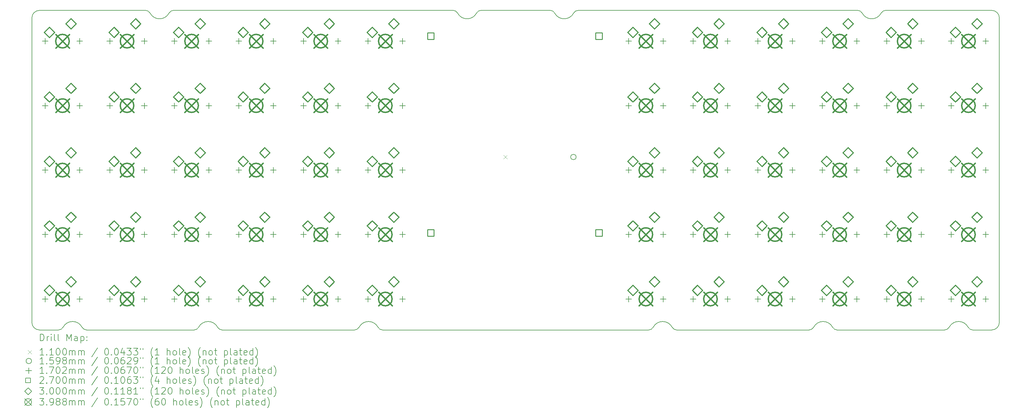
<source format=gbr>
%TF.GenerationSoftware,KiCad,Pcbnew,(6.0.10)*%
%TF.CreationDate,2023-08-27T18:13:33-04:00*%
%TF.ProjectId,storyboard,73746f72-7962-46f6-9172-642e6b696361,rev?*%
%TF.SameCoordinates,Original*%
%TF.FileFunction,Drillmap*%
%TF.FilePolarity,Positive*%
%FSLAX45Y45*%
G04 Gerber Fmt 4.5, Leading zero omitted, Abs format (unit mm)*
G04 Created by KiCad (PCBNEW (6.0.10)) date 2023-08-27 18:13:33*
%MOMM*%
%LPD*%
G01*
G04 APERTURE LIST*
%ADD10C,0.200000*%
%ADD11C,0.109982*%
%ADD12C,0.159766*%
%ADD13C,0.170180*%
%ADD14C,0.270000*%
%ADD15C,0.300000*%
%ADD16C,0.398780*%
G04 APERTURE END LIST*
D10*
X22240435Y-4271874D02*
X24334753Y-4272499D01*
X24314753Y-13692506D02*
G75*
G03*
X24447756Y-13611854I-13J150016D01*
G01*
X29727431Y-13611229D02*
G75*
G03*
X29168817Y-13611229I-279307J-145645D01*
G01*
X6771125Y-4271874D02*
X6389374Y-4271874D01*
X33716028Y-13611227D02*
G75*
G03*
X33157411Y-13611229I-279308J-145653D01*
G01*
X6164366Y-13466874D02*
G75*
G03*
X6389374Y-13691874I225004J4D01*
G01*
X15639374Y-4272499D02*
X10334185Y-4271874D01*
X18691317Y-4352519D02*
G75*
G03*
X18558313Y-4271874I-133007J-69361D01*
G01*
X21548811Y-4352522D02*
G75*
G03*
X22107431Y-4352519I279310J145652D01*
G01*
X33024408Y-13691874D02*
X29860435Y-13691874D01*
X25006371Y-13611854D02*
G75*
G03*
X24447756Y-13611854I-279307J-145645D01*
G01*
X18691311Y-4352522D02*
G75*
G03*
X19249931Y-4352519I279310J145652D01*
G01*
X6164374Y-13466874D02*
X6164374Y-4496874D01*
X34409374Y-13691874D02*
G75*
G03*
X34634374Y-13466874I-4J225004D01*
G01*
X10938314Y-13691874D02*
X7774340Y-13691874D01*
X31289185Y-4271873D02*
G75*
G03*
X31156181Y-4352519I5J-150008D01*
G01*
X33024408Y-4271874D02*
X31289185Y-4271874D01*
X30464563Y-4271874D02*
X25159374Y-4272499D01*
X10334185Y-4271872D02*
G75*
G03*
X10201181Y-4352519I6J-150008D01*
G01*
X9642567Y-4352519D02*
G75*
G03*
X9509563Y-4271874I-133007J-69361D01*
G01*
X29035813Y-13691875D02*
G75*
G03*
X29168817Y-13611229I-4J150005D01*
G01*
X6949719Y-13691874D02*
X6389374Y-13691874D01*
X18558313Y-4271874D02*
X16463995Y-4272499D01*
X24334753Y-4272499D02*
X25159374Y-4272499D01*
X15659374Y-13692499D02*
X11762935Y-13691874D01*
X19382935Y-4271873D02*
G75*
G03*
X19249931Y-4352519I5J-150008D01*
G01*
X34634376Y-4496874D02*
G75*
G03*
X34409374Y-4271874I-224996J4D01*
G01*
X6389374Y-4271874D02*
G75*
G03*
X6164374Y-4496874I0J-225000D01*
G01*
X9509563Y-4271874D02*
X7595746Y-4271874D01*
X16350992Y-13611854D02*
G75*
G03*
X15792377Y-13611854I-279307J-145645D01*
G01*
X15659374Y-13692498D02*
G75*
G03*
X15792377Y-13611854I-4J150008D01*
G01*
X21548817Y-4352519D02*
G75*
G03*
X21415813Y-4271874I-133007J-69361D01*
G01*
X33024408Y-4271874D02*
X33849029Y-4271874D01*
X24314753Y-13692499D02*
X16483995Y-13692499D01*
X7641337Y-13611229D02*
G75*
G03*
X7082723Y-13611229I-279307J-145641D01*
G01*
X33849029Y-4271874D02*
X34409374Y-4271874D01*
X30597567Y-4352519D02*
G75*
G03*
X30464563Y-4271874I-133007J-69361D01*
G01*
X25006368Y-13611855D02*
G75*
G03*
X25139374Y-13692499I133002J69355D01*
G01*
X33849029Y-13691874D02*
X34409374Y-13691874D01*
X29727429Y-13611230D02*
G75*
G03*
X29860435Y-13691874I133011J69370D01*
G01*
X11629931Y-13611229D02*
G75*
G03*
X11071317Y-13611229I-279307J-145645D01*
G01*
X7595746Y-4271874D02*
X6771125Y-4271874D01*
X6949719Y-13691871D02*
G75*
G03*
X7082723Y-13611229I1J150001D01*
G01*
X34634374Y-13466874D02*
X34634374Y-4496874D01*
X33024408Y-13691875D02*
G75*
G03*
X33157411Y-13611229I2J149995D01*
G01*
X11629929Y-13611230D02*
G75*
G03*
X11762935Y-13691874I133011J69370D01*
G01*
X22240435Y-4271873D02*
G75*
G03*
X22107431Y-4352519I5J-150008D01*
G01*
X21415813Y-4271874D02*
X19382935Y-4271874D01*
X30597560Y-4352522D02*
G75*
G03*
X31156181Y-4352519I279310J145652D01*
G01*
X10938314Y-13691875D02*
G75*
G03*
X11071317Y-13611229I-4J150005D01*
G01*
X25139374Y-13692499D02*
X29035813Y-13691874D01*
X9642567Y-4352519D02*
G75*
G03*
X10201181Y-4352519I279307J145646D01*
G01*
X15639374Y-4272499D02*
X16463995Y-4272499D01*
X7641335Y-13611230D02*
G75*
G03*
X7774340Y-13691874I133005J69360D01*
G01*
X16350991Y-13611854D02*
G75*
G03*
X16483995Y-13692499I133009J69364D01*
G01*
X33716023Y-13611230D02*
G75*
G03*
X33849029Y-13691874I132987J69330D01*
G01*
D11*
X20045011Y-8539529D02*
X20154993Y-8649511D01*
X20154993Y-8539529D02*
X20045011Y-8649511D01*
D12*
X22179881Y-8594520D02*
G75*
G03*
X22179881Y-8594520I-79883J0D01*
G01*
D13*
X6557000Y-5094910D02*
X6557000Y-5265090D01*
X6471910Y-5180000D02*
X6642090Y-5180000D01*
X6557000Y-6994910D02*
X6557000Y-7165090D01*
X6471910Y-7080000D02*
X6642090Y-7080000D01*
X6557000Y-8894910D02*
X6557000Y-9065090D01*
X6471910Y-8980000D02*
X6642090Y-8980000D01*
X6557000Y-10794910D02*
X6557000Y-10965090D01*
X6471910Y-10880000D02*
X6642090Y-10880000D01*
X6557000Y-12694910D02*
X6557000Y-12865090D01*
X6471910Y-12780000D02*
X6642090Y-12780000D01*
X7573000Y-5094910D02*
X7573000Y-5265090D01*
X7487910Y-5180000D02*
X7658090Y-5180000D01*
X7573000Y-6994910D02*
X7573000Y-7165090D01*
X7487910Y-7080000D02*
X7658090Y-7080000D01*
X7573000Y-8894910D02*
X7573000Y-9065090D01*
X7487910Y-8980000D02*
X7658090Y-8980000D01*
X7573000Y-10794910D02*
X7573000Y-10965090D01*
X7487910Y-10880000D02*
X7658090Y-10880000D01*
X7573000Y-12694910D02*
X7573000Y-12865090D01*
X7487910Y-12780000D02*
X7658090Y-12780000D01*
X8457000Y-5094910D02*
X8457000Y-5265090D01*
X8371910Y-5180000D02*
X8542090Y-5180000D01*
X8457000Y-6994910D02*
X8457000Y-7165090D01*
X8371910Y-7080000D02*
X8542090Y-7080000D01*
X8457000Y-8894910D02*
X8457000Y-9065090D01*
X8371910Y-8980000D02*
X8542090Y-8980000D01*
X8457000Y-10794910D02*
X8457000Y-10965090D01*
X8371910Y-10880000D02*
X8542090Y-10880000D01*
X8457000Y-12694910D02*
X8457000Y-12865090D01*
X8371910Y-12780000D02*
X8542090Y-12780000D01*
X9473000Y-5094910D02*
X9473000Y-5265090D01*
X9387910Y-5180000D02*
X9558090Y-5180000D01*
X9473000Y-6994910D02*
X9473000Y-7165090D01*
X9387910Y-7080000D02*
X9558090Y-7080000D01*
X9473000Y-8894910D02*
X9473000Y-9065090D01*
X9387910Y-8980000D02*
X9558090Y-8980000D01*
X9473000Y-10794910D02*
X9473000Y-10965090D01*
X9387910Y-10880000D02*
X9558090Y-10880000D01*
X9473000Y-12694910D02*
X9473000Y-12865090D01*
X9387910Y-12780000D02*
X9558090Y-12780000D01*
X10357000Y-5094910D02*
X10357000Y-5265090D01*
X10271910Y-5180000D02*
X10442090Y-5180000D01*
X10357000Y-6994910D02*
X10357000Y-7165090D01*
X10271910Y-7080000D02*
X10442090Y-7080000D01*
X10357000Y-8894910D02*
X10357000Y-9065090D01*
X10271910Y-8980000D02*
X10442090Y-8980000D01*
X10357000Y-10794910D02*
X10357000Y-10965090D01*
X10271910Y-10880000D02*
X10442090Y-10880000D01*
X10357000Y-12694910D02*
X10357000Y-12865090D01*
X10271910Y-12780000D02*
X10442090Y-12780000D01*
X11373000Y-5094910D02*
X11373000Y-5265090D01*
X11287910Y-5180000D02*
X11458090Y-5180000D01*
X11373000Y-6994910D02*
X11373000Y-7165090D01*
X11287910Y-7080000D02*
X11458090Y-7080000D01*
X11373000Y-8894910D02*
X11373000Y-9065090D01*
X11287910Y-8980000D02*
X11458090Y-8980000D01*
X11373000Y-10794910D02*
X11373000Y-10965090D01*
X11287910Y-10880000D02*
X11458090Y-10880000D01*
X11373000Y-12694910D02*
X11373000Y-12865090D01*
X11287910Y-12780000D02*
X11458090Y-12780000D01*
X12257000Y-5094910D02*
X12257000Y-5265090D01*
X12171910Y-5180000D02*
X12342090Y-5180000D01*
X12257000Y-6994910D02*
X12257000Y-7165090D01*
X12171910Y-7080000D02*
X12342090Y-7080000D01*
X12257000Y-8894910D02*
X12257000Y-9065090D01*
X12171910Y-8980000D02*
X12342090Y-8980000D01*
X12257000Y-10794910D02*
X12257000Y-10965090D01*
X12171910Y-10880000D02*
X12342090Y-10880000D01*
X12257000Y-12694910D02*
X12257000Y-12865090D01*
X12171910Y-12780000D02*
X12342090Y-12780000D01*
X13273000Y-5094910D02*
X13273000Y-5265090D01*
X13187910Y-5180000D02*
X13358090Y-5180000D01*
X13273000Y-6994910D02*
X13273000Y-7165090D01*
X13187910Y-7080000D02*
X13358090Y-7080000D01*
X13273000Y-8894910D02*
X13273000Y-9065090D01*
X13187910Y-8980000D02*
X13358090Y-8980000D01*
X13273000Y-10794910D02*
X13273000Y-10965090D01*
X13187910Y-10880000D02*
X13358090Y-10880000D01*
X13273000Y-12694910D02*
X13273000Y-12865090D01*
X13187910Y-12780000D02*
X13358090Y-12780000D01*
X14157000Y-5094910D02*
X14157000Y-5265090D01*
X14071910Y-5180000D02*
X14242090Y-5180000D01*
X14157000Y-6994910D02*
X14157000Y-7165090D01*
X14071910Y-7080000D02*
X14242090Y-7080000D01*
X14157000Y-8894910D02*
X14157000Y-9065090D01*
X14071910Y-8980000D02*
X14242090Y-8980000D01*
X14157000Y-10794910D02*
X14157000Y-10965090D01*
X14071910Y-10880000D02*
X14242090Y-10880000D01*
X14157000Y-12694910D02*
X14157000Y-12865090D01*
X14071910Y-12780000D02*
X14242090Y-12780000D01*
X15173000Y-5094910D02*
X15173000Y-5265090D01*
X15087910Y-5180000D02*
X15258090Y-5180000D01*
X15173000Y-6994910D02*
X15173000Y-7165090D01*
X15087910Y-7080000D02*
X15258090Y-7080000D01*
X15173000Y-8894910D02*
X15173000Y-9065090D01*
X15087910Y-8980000D02*
X15258090Y-8980000D01*
X15173000Y-10794910D02*
X15173000Y-10965090D01*
X15087910Y-10880000D02*
X15258090Y-10880000D01*
X15173000Y-12694910D02*
X15173000Y-12865090D01*
X15087910Y-12780000D02*
X15258090Y-12780000D01*
X16057000Y-5094910D02*
X16057000Y-5265090D01*
X15971910Y-5180000D02*
X16142090Y-5180000D01*
X16057000Y-6994910D02*
X16057000Y-7165090D01*
X15971910Y-7080000D02*
X16142090Y-7080000D01*
X16057000Y-8894910D02*
X16057000Y-9065090D01*
X15971910Y-8980000D02*
X16142090Y-8980000D01*
X16057000Y-10794910D02*
X16057000Y-10965090D01*
X15971910Y-10880000D02*
X16142090Y-10880000D01*
X16057000Y-12694910D02*
X16057000Y-12865090D01*
X15971910Y-12780000D02*
X16142090Y-12780000D01*
X17073000Y-5094910D02*
X17073000Y-5265090D01*
X16987910Y-5180000D02*
X17158090Y-5180000D01*
X17073000Y-6994910D02*
X17073000Y-7165090D01*
X16987910Y-7080000D02*
X17158090Y-7080000D01*
X17073000Y-8894910D02*
X17073000Y-9065090D01*
X16987910Y-8980000D02*
X17158090Y-8980000D01*
X17073000Y-10794910D02*
X17073000Y-10965090D01*
X16987910Y-10880000D02*
X17158090Y-10880000D01*
X17073000Y-12694910D02*
X17073000Y-12865090D01*
X16987910Y-12780000D02*
X17158090Y-12780000D01*
X23725000Y-5094910D02*
X23725000Y-5265090D01*
X23639910Y-5180000D02*
X23810090Y-5180000D01*
X23725000Y-6994910D02*
X23725000Y-7165090D01*
X23639910Y-7080000D02*
X23810090Y-7080000D01*
X23725000Y-8894910D02*
X23725000Y-9065090D01*
X23639910Y-8980000D02*
X23810090Y-8980000D01*
X23725000Y-10794910D02*
X23725000Y-10965090D01*
X23639910Y-10880000D02*
X23810090Y-10880000D01*
X23725000Y-12694910D02*
X23725000Y-12865090D01*
X23639910Y-12780000D02*
X23810090Y-12780000D01*
X24741000Y-5094910D02*
X24741000Y-5265090D01*
X24655910Y-5180000D02*
X24826090Y-5180000D01*
X24741000Y-6994910D02*
X24741000Y-7165090D01*
X24655910Y-7080000D02*
X24826090Y-7080000D01*
X24741000Y-8894910D02*
X24741000Y-9065090D01*
X24655910Y-8980000D02*
X24826090Y-8980000D01*
X24741000Y-10794910D02*
X24741000Y-10965090D01*
X24655910Y-10880000D02*
X24826090Y-10880000D01*
X24741000Y-12694910D02*
X24741000Y-12865090D01*
X24655910Y-12780000D02*
X24826090Y-12780000D01*
X25625000Y-5094910D02*
X25625000Y-5265090D01*
X25539910Y-5180000D02*
X25710090Y-5180000D01*
X25625000Y-6994910D02*
X25625000Y-7165090D01*
X25539910Y-7080000D02*
X25710090Y-7080000D01*
X25625000Y-8894910D02*
X25625000Y-9065090D01*
X25539910Y-8980000D02*
X25710090Y-8980000D01*
X25625000Y-10794910D02*
X25625000Y-10965090D01*
X25539910Y-10880000D02*
X25710090Y-10880000D01*
X25625000Y-12694910D02*
X25625000Y-12865090D01*
X25539910Y-12780000D02*
X25710090Y-12780000D01*
X26641000Y-5094910D02*
X26641000Y-5265090D01*
X26555910Y-5180000D02*
X26726090Y-5180000D01*
X26641000Y-6994910D02*
X26641000Y-7165090D01*
X26555910Y-7080000D02*
X26726090Y-7080000D01*
X26641000Y-8894910D02*
X26641000Y-9065090D01*
X26555910Y-8980000D02*
X26726090Y-8980000D01*
X26641000Y-10794910D02*
X26641000Y-10965090D01*
X26555910Y-10880000D02*
X26726090Y-10880000D01*
X26641000Y-12694910D02*
X26641000Y-12865090D01*
X26555910Y-12780000D02*
X26726090Y-12780000D01*
X27525000Y-5094910D02*
X27525000Y-5265090D01*
X27439910Y-5180000D02*
X27610090Y-5180000D01*
X27525000Y-6994910D02*
X27525000Y-7165090D01*
X27439910Y-7080000D02*
X27610090Y-7080000D01*
X27525000Y-8894910D02*
X27525000Y-9065090D01*
X27439910Y-8980000D02*
X27610090Y-8980000D01*
X27525000Y-10794910D02*
X27525000Y-10965090D01*
X27439910Y-10880000D02*
X27610090Y-10880000D01*
X27525000Y-12694910D02*
X27525000Y-12865090D01*
X27439910Y-12780000D02*
X27610090Y-12780000D01*
X28541000Y-5094910D02*
X28541000Y-5265090D01*
X28455910Y-5180000D02*
X28626090Y-5180000D01*
X28541000Y-6994910D02*
X28541000Y-7165090D01*
X28455910Y-7080000D02*
X28626090Y-7080000D01*
X28541000Y-8894910D02*
X28541000Y-9065090D01*
X28455910Y-8980000D02*
X28626090Y-8980000D01*
X28541000Y-10794910D02*
X28541000Y-10965090D01*
X28455910Y-10880000D02*
X28626090Y-10880000D01*
X28541000Y-12694910D02*
X28541000Y-12865090D01*
X28455910Y-12780000D02*
X28626090Y-12780000D01*
X29425000Y-5094910D02*
X29425000Y-5265090D01*
X29339910Y-5180000D02*
X29510090Y-5180000D01*
X29425000Y-6994910D02*
X29425000Y-7165090D01*
X29339910Y-7080000D02*
X29510090Y-7080000D01*
X29425000Y-8894910D02*
X29425000Y-9065090D01*
X29339910Y-8980000D02*
X29510090Y-8980000D01*
X29425000Y-10794910D02*
X29425000Y-10965090D01*
X29339910Y-10880000D02*
X29510090Y-10880000D01*
X29425000Y-12694910D02*
X29425000Y-12865090D01*
X29339910Y-12780000D02*
X29510090Y-12780000D01*
X30441000Y-5094910D02*
X30441000Y-5265090D01*
X30355910Y-5180000D02*
X30526090Y-5180000D01*
X30441000Y-6994910D02*
X30441000Y-7165090D01*
X30355910Y-7080000D02*
X30526090Y-7080000D01*
X30441000Y-8894910D02*
X30441000Y-9065090D01*
X30355910Y-8980000D02*
X30526090Y-8980000D01*
X30441000Y-10794910D02*
X30441000Y-10965090D01*
X30355910Y-10880000D02*
X30526090Y-10880000D01*
X30441000Y-12694910D02*
X30441000Y-12865090D01*
X30355910Y-12780000D02*
X30526090Y-12780000D01*
X31325000Y-5094910D02*
X31325000Y-5265090D01*
X31239910Y-5180000D02*
X31410090Y-5180000D01*
X31325000Y-6994910D02*
X31325000Y-7165090D01*
X31239910Y-7080000D02*
X31410090Y-7080000D01*
X31325000Y-8894910D02*
X31325000Y-9065090D01*
X31239910Y-8980000D02*
X31410090Y-8980000D01*
X31325000Y-10794910D02*
X31325000Y-10965090D01*
X31239910Y-10880000D02*
X31410090Y-10880000D01*
X31325000Y-12694910D02*
X31325000Y-12865090D01*
X31239910Y-12780000D02*
X31410090Y-12780000D01*
X32341000Y-5094910D02*
X32341000Y-5265090D01*
X32255910Y-5180000D02*
X32426090Y-5180000D01*
X32341000Y-6994910D02*
X32341000Y-7165090D01*
X32255910Y-7080000D02*
X32426090Y-7080000D01*
X32341000Y-8894910D02*
X32341000Y-9065090D01*
X32255910Y-8980000D02*
X32426090Y-8980000D01*
X32341000Y-10794910D02*
X32341000Y-10965090D01*
X32255910Y-10880000D02*
X32426090Y-10880000D01*
X32341000Y-12694910D02*
X32341000Y-12865090D01*
X32255910Y-12780000D02*
X32426090Y-12780000D01*
X33217000Y-5094910D02*
X33217000Y-5265090D01*
X33131910Y-5180000D02*
X33302090Y-5180000D01*
X33217000Y-6994910D02*
X33217000Y-7165090D01*
X33131910Y-7080000D02*
X33302090Y-7080000D01*
X33217000Y-8894910D02*
X33217000Y-9065090D01*
X33131910Y-8980000D02*
X33302090Y-8980000D01*
X33217000Y-10794910D02*
X33217000Y-10965090D01*
X33131910Y-10880000D02*
X33302090Y-10880000D01*
X33217000Y-12694910D02*
X33217000Y-12865090D01*
X33131910Y-12780000D02*
X33302090Y-12780000D01*
X34233000Y-5094910D02*
X34233000Y-5265090D01*
X34147910Y-5180000D02*
X34318090Y-5180000D01*
X34233000Y-6994910D02*
X34233000Y-7165090D01*
X34147910Y-7080000D02*
X34318090Y-7080000D01*
X34233000Y-8894910D02*
X34233000Y-9065090D01*
X34147910Y-8980000D02*
X34318090Y-8980000D01*
X34233000Y-10794910D02*
X34233000Y-10965090D01*
X34147910Y-10880000D02*
X34318090Y-10880000D01*
X34233000Y-12694910D02*
X34233000Y-12865090D01*
X34147910Y-12780000D02*
X34318090Y-12780000D01*
D14*
X17995460Y-5125460D02*
X17995460Y-4934540D01*
X17804540Y-4934540D01*
X17804540Y-5125460D01*
X17995460Y-5125460D01*
X17995460Y-10925460D02*
X17995460Y-10734540D01*
X17804540Y-10734540D01*
X17804540Y-10925460D01*
X17995460Y-10925460D01*
X22945460Y-5125460D02*
X22945460Y-4934540D01*
X22754540Y-4934540D01*
X22754540Y-5125460D01*
X22945460Y-5125460D01*
X22945460Y-10925460D02*
X22945460Y-10734540D01*
X22754540Y-10734540D01*
X22754540Y-10925460D01*
X22945460Y-10925460D01*
D15*
X6684000Y-5076000D02*
X6834000Y-4926000D01*
X6684000Y-4776000D01*
X6534000Y-4926000D01*
X6684000Y-5076000D01*
X6684000Y-6976000D02*
X6834000Y-6826000D01*
X6684000Y-6676000D01*
X6534000Y-6826000D01*
X6684000Y-6976000D01*
X6684000Y-8876000D02*
X6834000Y-8726000D01*
X6684000Y-8576000D01*
X6534000Y-8726000D01*
X6684000Y-8876000D01*
X6684000Y-10776000D02*
X6834000Y-10626000D01*
X6684000Y-10476000D01*
X6534000Y-10626000D01*
X6684000Y-10776000D01*
X6684000Y-12676000D02*
X6834000Y-12526000D01*
X6684000Y-12376000D01*
X6534000Y-12526000D01*
X6684000Y-12676000D01*
X7319000Y-4822000D02*
X7469000Y-4672000D01*
X7319000Y-4522000D01*
X7169000Y-4672000D01*
X7319000Y-4822000D01*
X7319000Y-6722000D02*
X7469000Y-6572000D01*
X7319000Y-6422000D01*
X7169000Y-6572000D01*
X7319000Y-6722000D01*
X7319000Y-8622000D02*
X7469000Y-8472000D01*
X7319000Y-8322000D01*
X7169000Y-8472000D01*
X7319000Y-8622000D01*
X7319000Y-10522000D02*
X7469000Y-10372000D01*
X7319000Y-10222000D01*
X7169000Y-10372000D01*
X7319000Y-10522000D01*
X7319000Y-12422000D02*
X7469000Y-12272000D01*
X7319000Y-12122000D01*
X7169000Y-12272000D01*
X7319000Y-12422000D01*
X8584000Y-5076000D02*
X8734000Y-4926000D01*
X8584000Y-4776000D01*
X8434000Y-4926000D01*
X8584000Y-5076000D01*
X8584000Y-6976000D02*
X8734000Y-6826000D01*
X8584000Y-6676000D01*
X8434000Y-6826000D01*
X8584000Y-6976000D01*
X8584000Y-8876000D02*
X8734000Y-8726000D01*
X8584000Y-8576000D01*
X8434000Y-8726000D01*
X8584000Y-8876000D01*
X8584000Y-10776000D02*
X8734000Y-10626000D01*
X8584000Y-10476000D01*
X8434000Y-10626000D01*
X8584000Y-10776000D01*
X8584000Y-12676000D02*
X8734000Y-12526000D01*
X8584000Y-12376000D01*
X8434000Y-12526000D01*
X8584000Y-12676000D01*
X9219000Y-4822000D02*
X9369000Y-4672000D01*
X9219000Y-4522000D01*
X9069000Y-4672000D01*
X9219000Y-4822000D01*
X9219000Y-6722000D02*
X9369000Y-6572000D01*
X9219000Y-6422000D01*
X9069000Y-6572000D01*
X9219000Y-6722000D01*
X9219000Y-8622000D02*
X9369000Y-8472000D01*
X9219000Y-8322000D01*
X9069000Y-8472000D01*
X9219000Y-8622000D01*
X9219000Y-10522000D02*
X9369000Y-10372000D01*
X9219000Y-10222000D01*
X9069000Y-10372000D01*
X9219000Y-10522000D01*
X9219000Y-12422000D02*
X9369000Y-12272000D01*
X9219000Y-12122000D01*
X9069000Y-12272000D01*
X9219000Y-12422000D01*
X10484000Y-5076000D02*
X10634000Y-4926000D01*
X10484000Y-4776000D01*
X10334000Y-4926000D01*
X10484000Y-5076000D01*
X10484000Y-6976000D02*
X10634000Y-6826000D01*
X10484000Y-6676000D01*
X10334000Y-6826000D01*
X10484000Y-6976000D01*
X10484000Y-8876000D02*
X10634000Y-8726000D01*
X10484000Y-8576000D01*
X10334000Y-8726000D01*
X10484000Y-8876000D01*
X10484000Y-10776000D02*
X10634000Y-10626000D01*
X10484000Y-10476000D01*
X10334000Y-10626000D01*
X10484000Y-10776000D01*
X10484000Y-12676000D02*
X10634000Y-12526000D01*
X10484000Y-12376000D01*
X10334000Y-12526000D01*
X10484000Y-12676000D01*
X11119000Y-4822000D02*
X11269000Y-4672000D01*
X11119000Y-4522000D01*
X10969000Y-4672000D01*
X11119000Y-4822000D01*
X11119000Y-6722000D02*
X11269000Y-6572000D01*
X11119000Y-6422000D01*
X10969000Y-6572000D01*
X11119000Y-6722000D01*
X11119000Y-8622000D02*
X11269000Y-8472000D01*
X11119000Y-8322000D01*
X10969000Y-8472000D01*
X11119000Y-8622000D01*
X11119000Y-10522000D02*
X11269000Y-10372000D01*
X11119000Y-10222000D01*
X10969000Y-10372000D01*
X11119000Y-10522000D01*
X11119000Y-12422000D02*
X11269000Y-12272000D01*
X11119000Y-12122000D01*
X10969000Y-12272000D01*
X11119000Y-12422000D01*
X12384000Y-5076000D02*
X12534000Y-4926000D01*
X12384000Y-4776000D01*
X12234000Y-4926000D01*
X12384000Y-5076000D01*
X12384000Y-6976000D02*
X12534000Y-6826000D01*
X12384000Y-6676000D01*
X12234000Y-6826000D01*
X12384000Y-6976000D01*
X12384000Y-8876000D02*
X12534000Y-8726000D01*
X12384000Y-8576000D01*
X12234000Y-8726000D01*
X12384000Y-8876000D01*
X12384000Y-10776000D02*
X12534000Y-10626000D01*
X12384000Y-10476000D01*
X12234000Y-10626000D01*
X12384000Y-10776000D01*
X12384000Y-12676000D02*
X12534000Y-12526000D01*
X12384000Y-12376000D01*
X12234000Y-12526000D01*
X12384000Y-12676000D01*
X13019000Y-4822000D02*
X13169000Y-4672000D01*
X13019000Y-4522000D01*
X12869000Y-4672000D01*
X13019000Y-4822000D01*
X13019000Y-6722000D02*
X13169000Y-6572000D01*
X13019000Y-6422000D01*
X12869000Y-6572000D01*
X13019000Y-6722000D01*
X13019000Y-8622000D02*
X13169000Y-8472000D01*
X13019000Y-8322000D01*
X12869000Y-8472000D01*
X13019000Y-8622000D01*
X13019000Y-10522000D02*
X13169000Y-10372000D01*
X13019000Y-10222000D01*
X12869000Y-10372000D01*
X13019000Y-10522000D01*
X13019000Y-12422000D02*
X13169000Y-12272000D01*
X13019000Y-12122000D01*
X12869000Y-12272000D01*
X13019000Y-12422000D01*
X14284000Y-5076000D02*
X14434000Y-4926000D01*
X14284000Y-4776000D01*
X14134000Y-4926000D01*
X14284000Y-5076000D01*
X14284000Y-6976000D02*
X14434000Y-6826000D01*
X14284000Y-6676000D01*
X14134000Y-6826000D01*
X14284000Y-6976000D01*
X14284000Y-8876000D02*
X14434000Y-8726000D01*
X14284000Y-8576000D01*
X14134000Y-8726000D01*
X14284000Y-8876000D01*
X14284000Y-10776000D02*
X14434000Y-10626000D01*
X14284000Y-10476000D01*
X14134000Y-10626000D01*
X14284000Y-10776000D01*
X14284000Y-12676000D02*
X14434000Y-12526000D01*
X14284000Y-12376000D01*
X14134000Y-12526000D01*
X14284000Y-12676000D01*
X14919000Y-4822000D02*
X15069000Y-4672000D01*
X14919000Y-4522000D01*
X14769000Y-4672000D01*
X14919000Y-4822000D01*
X14919000Y-6722000D02*
X15069000Y-6572000D01*
X14919000Y-6422000D01*
X14769000Y-6572000D01*
X14919000Y-6722000D01*
X14919000Y-8622000D02*
X15069000Y-8472000D01*
X14919000Y-8322000D01*
X14769000Y-8472000D01*
X14919000Y-8622000D01*
X14919000Y-10522000D02*
X15069000Y-10372000D01*
X14919000Y-10222000D01*
X14769000Y-10372000D01*
X14919000Y-10522000D01*
X14919000Y-12422000D02*
X15069000Y-12272000D01*
X14919000Y-12122000D01*
X14769000Y-12272000D01*
X14919000Y-12422000D01*
X16184000Y-5076000D02*
X16334000Y-4926000D01*
X16184000Y-4776000D01*
X16034000Y-4926000D01*
X16184000Y-5076000D01*
X16184000Y-6976000D02*
X16334000Y-6826000D01*
X16184000Y-6676000D01*
X16034000Y-6826000D01*
X16184000Y-6976000D01*
X16184000Y-8876000D02*
X16334000Y-8726000D01*
X16184000Y-8576000D01*
X16034000Y-8726000D01*
X16184000Y-8876000D01*
X16184000Y-10776000D02*
X16334000Y-10626000D01*
X16184000Y-10476000D01*
X16034000Y-10626000D01*
X16184000Y-10776000D01*
X16184000Y-12676000D02*
X16334000Y-12526000D01*
X16184000Y-12376000D01*
X16034000Y-12526000D01*
X16184000Y-12676000D01*
X16819000Y-4822000D02*
X16969000Y-4672000D01*
X16819000Y-4522000D01*
X16669000Y-4672000D01*
X16819000Y-4822000D01*
X16819000Y-6722000D02*
X16969000Y-6572000D01*
X16819000Y-6422000D01*
X16669000Y-6572000D01*
X16819000Y-6722000D01*
X16819000Y-8622000D02*
X16969000Y-8472000D01*
X16819000Y-8322000D01*
X16669000Y-8472000D01*
X16819000Y-8622000D01*
X16819000Y-10522000D02*
X16969000Y-10372000D01*
X16819000Y-10222000D01*
X16669000Y-10372000D01*
X16819000Y-10522000D01*
X16819000Y-12422000D02*
X16969000Y-12272000D01*
X16819000Y-12122000D01*
X16669000Y-12272000D01*
X16819000Y-12422000D01*
X23852000Y-5076000D02*
X24002000Y-4926000D01*
X23852000Y-4776000D01*
X23702000Y-4926000D01*
X23852000Y-5076000D01*
X23852000Y-6976000D02*
X24002000Y-6826000D01*
X23852000Y-6676000D01*
X23702000Y-6826000D01*
X23852000Y-6976000D01*
X23852000Y-8876000D02*
X24002000Y-8726000D01*
X23852000Y-8576000D01*
X23702000Y-8726000D01*
X23852000Y-8876000D01*
X23852000Y-10776000D02*
X24002000Y-10626000D01*
X23852000Y-10476000D01*
X23702000Y-10626000D01*
X23852000Y-10776000D01*
X23852000Y-12676000D02*
X24002000Y-12526000D01*
X23852000Y-12376000D01*
X23702000Y-12526000D01*
X23852000Y-12676000D01*
X24487000Y-4822000D02*
X24637000Y-4672000D01*
X24487000Y-4522000D01*
X24337000Y-4672000D01*
X24487000Y-4822000D01*
X24487000Y-6722000D02*
X24637000Y-6572000D01*
X24487000Y-6422000D01*
X24337000Y-6572000D01*
X24487000Y-6722000D01*
X24487000Y-8622000D02*
X24637000Y-8472000D01*
X24487000Y-8322000D01*
X24337000Y-8472000D01*
X24487000Y-8622000D01*
X24487000Y-10522000D02*
X24637000Y-10372000D01*
X24487000Y-10222000D01*
X24337000Y-10372000D01*
X24487000Y-10522000D01*
X24487000Y-12422000D02*
X24637000Y-12272000D01*
X24487000Y-12122000D01*
X24337000Y-12272000D01*
X24487000Y-12422000D01*
X25752000Y-5076000D02*
X25902000Y-4926000D01*
X25752000Y-4776000D01*
X25602000Y-4926000D01*
X25752000Y-5076000D01*
X25752000Y-6976000D02*
X25902000Y-6826000D01*
X25752000Y-6676000D01*
X25602000Y-6826000D01*
X25752000Y-6976000D01*
X25752000Y-8876000D02*
X25902000Y-8726000D01*
X25752000Y-8576000D01*
X25602000Y-8726000D01*
X25752000Y-8876000D01*
X25752000Y-10776000D02*
X25902000Y-10626000D01*
X25752000Y-10476000D01*
X25602000Y-10626000D01*
X25752000Y-10776000D01*
X25752000Y-12676000D02*
X25902000Y-12526000D01*
X25752000Y-12376000D01*
X25602000Y-12526000D01*
X25752000Y-12676000D01*
X26387000Y-4822000D02*
X26537000Y-4672000D01*
X26387000Y-4522000D01*
X26237000Y-4672000D01*
X26387000Y-4822000D01*
X26387000Y-6722000D02*
X26537000Y-6572000D01*
X26387000Y-6422000D01*
X26237000Y-6572000D01*
X26387000Y-6722000D01*
X26387000Y-8622000D02*
X26537000Y-8472000D01*
X26387000Y-8322000D01*
X26237000Y-8472000D01*
X26387000Y-8622000D01*
X26387000Y-10522000D02*
X26537000Y-10372000D01*
X26387000Y-10222000D01*
X26237000Y-10372000D01*
X26387000Y-10522000D01*
X26387000Y-12422000D02*
X26537000Y-12272000D01*
X26387000Y-12122000D01*
X26237000Y-12272000D01*
X26387000Y-12422000D01*
X27652000Y-5076000D02*
X27802000Y-4926000D01*
X27652000Y-4776000D01*
X27502000Y-4926000D01*
X27652000Y-5076000D01*
X27652000Y-6976000D02*
X27802000Y-6826000D01*
X27652000Y-6676000D01*
X27502000Y-6826000D01*
X27652000Y-6976000D01*
X27652000Y-8876000D02*
X27802000Y-8726000D01*
X27652000Y-8576000D01*
X27502000Y-8726000D01*
X27652000Y-8876000D01*
X27652000Y-10776000D02*
X27802000Y-10626000D01*
X27652000Y-10476000D01*
X27502000Y-10626000D01*
X27652000Y-10776000D01*
X27652000Y-12676000D02*
X27802000Y-12526000D01*
X27652000Y-12376000D01*
X27502000Y-12526000D01*
X27652000Y-12676000D01*
X28287000Y-4822000D02*
X28437000Y-4672000D01*
X28287000Y-4522000D01*
X28137000Y-4672000D01*
X28287000Y-4822000D01*
X28287000Y-6722000D02*
X28437000Y-6572000D01*
X28287000Y-6422000D01*
X28137000Y-6572000D01*
X28287000Y-6722000D01*
X28287000Y-8622000D02*
X28437000Y-8472000D01*
X28287000Y-8322000D01*
X28137000Y-8472000D01*
X28287000Y-8622000D01*
X28287000Y-10522000D02*
X28437000Y-10372000D01*
X28287000Y-10222000D01*
X28137000Y-10372000D01*
X28287000Y-10522000D01*
X28287000Y-12422000D02*
X28437000Y-12272000D01*
X28287000Y-12122000D01*
X28137000Y-12272000D01*
X28287000Y-12422000D01*
X29552000Y-5076000D02*
X29702000Y-4926000D01*
X29552000Y-4776000D01*
X29402000Y-4926000D01*
X29552000Y-5076000D01*
X29552000Y-6976000D02*
X29702000Y-6826000D01*
X29552000Y-6676000D01*
X29402000Y-6826000D01*
X29552000Y-6976000D01*
X29552000Y-8876000D02*
X29702000Y-8726000D01*
X29552000Y-8576000D01*
X29402000Y-8726000D01*
X29552000Y-8876000D01*
X29552000Y-10776000D02*
X29702000Y-10626000D01*
X29552000Y-10476000D01*
X29402000Y-10626000D01*
X29552000Y-10776000D01*
X29552000Y-12676000D02*
X29702000Y-12526000D01*
X29552000Y-12376000D01*
X29402000Y-12526000D01*
X29552000Y-12676000D01*
X30187000Y-4822000D02*
X30337000Y-4672000D01*
X30187000Y-4522000D01*
X30037000Y-4672000D01*
X30187000Y-4822000D01*
X30187000Y-6722000D02*
X30337000Y-6572000D01*
X30187000Y-6422000D01*
X30037000Y-6572000D01*
X30187000Y-6722000D01*
X30187000Y-8622000D02*
X30337000Y-8472000D01*
X30187000Y-8322000D01*
X30037000Y-8472000D01*
X30187000Y-8622000D01*
X30187000Y-10522000D02*
X30337000Y-10372000D01*
X30187000Y-10222000D01*
X30037000Y-10372000D01*
X30187000Y-10522000D01*
X30187000Y-12422000D02*
X30337000Y-12272000D01*
X30187000Y-12122000D01*
X30037000Y-12272000D01*
X30187000Y-12422000D01*
X31452000Y-5076000D02*
X31602000Y-4926000D01*
X31452000Y-4776000D01*
X31302000Y-4926000D01*
X31452000Y-5076000D01*
X31452000Y-6976000D02*
X31602000Y-6826000D01*
X31452000Y-6676000D01*
X31302000Y-6826000D01*
X31452000Y-6976000D01*
X31452000Y-8876000D02*
X31602000Y-8726000D01*
X31452000Y-8576000D01*
X31302000Y-8726000D01*
X31452000Y-8876000D01*
X31452000Y-10776000D02*
X31602000Y-10626000D01*
X31452000Y-10476000D01*
X31302000Y-10626000D01*
X31452000Y-10776000D01*
X31452000Y-12676000D02*
X31602000Y-12526000D01*
X31452000Y-12376000D01*
X31302000Y-12526000D01*
X31452000Y-12676000D01*
X32087000Y-4822000D02*
X32237000Y-4672000D01*
X32087000Y-4522000D01*
X31937000Y-4672000D01*
X32087000Y-4822000D01*
X32087000Y-6722000D02*
X32237000Y-6572000D01*
X32087000Y-6422000D01*
X31937000Y-6572000D01*
X32087000Y-6722000D01*
X32087000Y-8622000D02*
X32237000Y-8472000D01*
X32087000Y-8322000D01*
X31937000Y-8472000D01*
X32087000Y-8622000D01*
X32087000Y-10522000D02*
X32237000Y-10372000D01*
X32087000Y-10222000D01*
X31937000Y-10372000D01*
X32087000Y-10522000D01*
X32087000Y-12422000D02*
X32237000Y-12272000D01*
X32087000Y-12122000D01*
X31937000Y-12272000D01*
X32087000Y-12422000D01*
X33344000Y-5076000D02*
X33494000Y-4926000D01*
X33344000Y-4776000D01*
X33194000Y-4926000D01*
X33344000Y-5076000D01*
X33344000Y-6976000D02*
X33494000Y-6826000D01*
X33344000Y-6676000D01*
X33194000Y-6826000D01*
X33344000Y-6976000D01*
X33344000Y-8876000D02*
X33494000Y-8726000D01*
X33344000Y-8576000D01*
X33194000Y-8726000D01*
X33344000Y-8876000D01*
X33344000Y-10776000D02*
X33494000Y-10626000D01*
X33344000Y-10476000D01*
X33194000Y-10626000D01*
X33344000Y-10776000D01*
X33344000Y-12676000D02*
X33494000Y-12526000D01*
X33344000Y-12376000D01*
X33194000Y-12526000D01*
X33344000Y-12676000D01*
X33979000Y-4822000D02*
X34129000Y-4672000D01*
X33979000Y-4522000D01*
X33829000Y-4672000D01*
X33979000Y-4822000D01*
X33979000Y-6722000D02*
X34129000Y-6572000D01*
X33979000Y-6422000D01*
X33829000Y-6572000D01*
X33979000Y-6722000D01*
X33979000Y-8622000D02*
X34129000Y-8472000D01*
X33979000Y-8322000D01*
X33829000Y-8472000D01*
X33979000Y-8622000D01*
X33979000Y-10522000D02*
X34129000Y-10372000D01*
X33979000Y-10222000D01*
X33829000Y-10372000D01*
X33979000Y-10522000D01*
X33979000Y-12422000D02*
X34129000Y-12272000D01*
X33979000Y-12122000D01*
X33829000Y-12272000D01*
X33979000Y-12422000D01*
D16*
X6865610Y-4980610D02*
X7264390Y-5379390D01*
X7264390Y-4980610D02*
X6865610Y-5379390D01*
X7264390Y-5180000D02*
G75*
G03*
X7264390Y-5180000I-199390J0D01*
G01*
X6865610Y-6880610D02*
X7264390Y-7279390D01*
X7264390Y-6880610D02*
X6865610Y-7279390D01*
X7264390Y-7080000D02*
G75*
G03*
X7264390Y-7080000I-199390J0D01*
G01*
X6865610Y-8780610D02*
X7264390Y-9179390D01*
X7264390Y-8780610D02*
X6865610Y-9179390D01*
X7264390Y-8980000D02*
G75*
G03*
X7264390Y-8980000I-199390J0D01*
G01*
X6865610Y-10680610D02*
X7264390Y-11079390D01*
X7264390Y-10680610D02*
X6865610Y-11079390D01*
X7264390Y-10880000D02*
G75*
G03*
X7264390Y-10880000I-199390J0D01*
G01*
X6865610Y-12580610D02*
X7264390Y-12979390D01*
X7264390Y-12580610D02*
X6865610Y-12979390D01*
X7264390Y-12780000D02*
G75*
G03*
X7264390Y-12780000I-199390J0D01*
G01*
X8765610Y-4980610D02*
X9164390Y-5379390D01*
X9164390Y-4980610D02*
X8765610Y-5379390D01*
X9164390Y-5180000D02*
G75*
G03*
X9164390Y-5180000I-199390J0D01*
G01*
X8765610Y-6880610D02*
X9164390Y-7279390D01*
X9164390Y-6880610D02*
X8765610Y-7279390D01*
X9164390Y-7080000D02*
G75*
G03*
X9164390Y-7080000I-199390J0D01*
G01*
X8765610Y-8780610D02*
X9164390Y-9179390D01*
X9164390Y-8780610D02*
X8765610Y-9179390D01*
X9164390Y-8980000D02*
G75*
G03*
X9164390Y-8980000I-199390J0D01*
G01*
X8765610Y-10680610D02*
X9164390Y-11079390D01*
X9164390Y-10680610D02*
X8765610Y-11079390D01*
X9164390Y-10880000D02*
G75*
G03*
X9164390Y-10880000I-199390J0D01*
G01*
X8765610Y-12580610D02*
X9164390Y-12979390D01*
X9164390Y-12580610D02*
X8765610Y-12979390D01*
X9164390Y-12780000D02*
G75*
G03*
X9164390Y-12780000I-199390J0D01*
G01*
X10665610Y-4980610D02*
X11064390Y-5379390D01*
X11064390Y-4980610D02*
X10665610Y-5379390D01*
X11064390Y-5180000D02*
G75*
G03*
X11064390Y-5180000I-199390J0D01*
G01*
X10665610Y-6880610D02*
X11064390Y-7279390D01*
X11064390Y-6880610D02*
X10665610Y-7279390D01*
X11064390Y-7080000D02*
G75*
G03*
X11064390Y-7080000I-199390J0D01*
G01*
X10665610Y-8780610D02*
X11064390Y-9179390D01*
X11064390Y-8780610D02*
X10665610Y-9179390D01*
X11064390Y-8980000D02*
G75*
G03*
X11064390Y-8980000I-199390J0D01*
G01*
X10665610Y-10680610D02*
X11064390Y-11079390D01*
X11064390Y-10680610D02*
X10665610Y-11079390D01*
X11064390Y-10880000D02*
G75*
G03*
X11064390Y-10880000I-199390J0D01*
G01*
X10665610Y-12580610D02*
X11064390Y-12979390D01*
X11064390Y-12580610D02*
X10665610Y-12979390D01*
X11064390Y-12780000D02*
G75*
G03*
X11064390Y-12780000I-199390J0D01*
G01*
X12565610Y-4980610D02*
X12964390Y-5379390D01*
X12964390Y-4980610D02*
X12565610Y-5379390D01*
X12964390Y-5180000D02*
G75*
G03*
X12964390Y-5180000I-199390J0D01*
G01*
X12565610Y-6880610D02*
X12964390Y-7279390D01*
X12964390Y-6880610D02*
X12565610Y-7279390D01*
X12964390Y-7080000D02*
G75*
G03*
X12964390Y-7080000I-199390J0D01*
G01*
X12565610Y-8780610D02*
X12964390Y-9179390D01*
X12964390Y-8780610D02*
X12565610Y-9179390D01*
X12964390Y-8980000D02*
G75*
G03*
X12964390Y-8980000I-199390J0D01*
G01*
X12565610Y-10680610D02*
X12964390Y-11079390D01*
X12964390Y-10680610D02*
X12565610Y-11079390D01*
X12964390Y-10880000D02*
G75*
G03*
X12964390Y-10880000I-199390J0D01*
G01*
X12565610Y-12580610D02*
X12964390Y-12979390D01*
X12964390Y-12580610D02*
X12565610Y-12979390D01*
X12964390Y-12780000D02*
G75*
G03*
X12964390Y-12780000I-199390J0D01*
G01*
X14465610Y-4980610D02*
X14864390Y-5379390D01*
X14864390Y-4980610D02*
X14465610Y-5379390D01*
X14864390Y-5180000D02*
G75*
G03*
X14864390Y-5180000I-199390J0D01*
G01*
X14465610Y-6880610D02*
X14864390Y-7279390D01*
X14864390Y-6880610D02*
X14465610Y-7279390D01*
X14864390Y-7080000D02*
G75*
G03*
X14864390Y-7080000I-199390J0D01*
G01*
X14465610Y-8780610D02*
X14864390Y-9179390D01*
X14864390Y-8780610D02*
X14465610Y-9179390D01*
X14864390Y-8980000D02*
G75*
G03*
X14864390Y-8980000I-199390J0D01*
G01*
X14465610Y-10680610D02*
X14864390Y-11079390D01*
X14864390Y-10680610D02*
X14465610Y-11079390D01*
X14864390Y-10880000D02*
G75*
G03*
X14864390Y-10880000I-199390J0D01*
G01*
X14465610Y-12580610D02*
X14864390Y-12979390D01*
X14864390Y-12580610D02*
X14465610Y-12979390D01*
X14864390Y-12780000D02*
G75*
G03*
X14864390Y-12780000I-199390J0D01*
G01*
X16365610Y-4980610D02*
X16764390Y-5379390D01*
X16764390Y-4980610D02*
X16365610Y-5379390D01*
X16764390Y-5180000D02*
G75*
G03*
X16764390Y-5180000I-199390J0D01*
G01*
X16365610Y-6880610D02*
X16764390Y-7279390D01*
X16764390Y-6880610D02*
X16365610Y-7279390D01*
X16764390Y-7080000D02*
G75*
G03*
X16764390Y-7080000I-199390J0D01*
G01*
X16365610Y-8780610D02*
X16764390Y-9179390D01*
X16764390Y-8780610D02*
X16365610Y-9179390D01*
X16764390Y-8980000D02*
G75*
G03*
X16764390Y-8980000I-199390J0D01*
G01*
X16365610Y-10680610D02*
X16764390Y-11079390D01*
X16764390Y-10680610D02*
X16365610Y-11079390D01*
X16764390Y-10880000D02*
G75*
G03*
X16764390Y-10880000I-199390J0D01*
G01*
X16365610Y-12580610D02*
X16764390Y-12979390D01*
X16764390Y-12580610D02*
X16365610Y-12979390D01*
X16764390Y-12780000D02*
G75*
G03*
X16764390Y-12780000I-199390J0D01*
G01*
X24033610Y-4980610D02*
X24432390Y-5379390D01*
X24432390Y-4980610D02*
X24033610Y-5379390D01*
X24432390Y-5180000D02*
G75*
G03*
X24432390Y-5180000I-199390J0D01*
G01*
X24033610Y-6880610D02*
X24432390Y-7279390D01*
X24432390Y-6880610D02*
X24033610Y-7279390D01*
X24432390Y-7080000D02*
G75*
G03*
X24432390Y-7080000I-199390J0D01*
G01*
X24033610Y-8780610D02*
X24432390Y-9179390D01*
X24432390Y-8780610D02*
X24033610Y-9179390D01*
X24432390Y-8980000D02*
G75*
G03*
X24432390Y-8980000I-199390J0D01*
G01*
X24033610Y-10680610D02*
X24432390Y-11079390D01*
X24432390Y-10680610D02*
X24033610Y-11079390D01*
X24432390Y-10880000D02*
G75*
G03*
X24432390Y-10880000I-199390J0D01*
G01*
X24033610Y-12580610D02*
X24432390Y-12979390D01*
X24432390Y-12580610D02*
X24033610Y-12979390D01*
X24432390Y-12780000D02*
G75*
G03*
X24432390Y-12780000I-199390J0D01*
G01*
X25933610Y-4980610D02*
X26332390Y-5379390D01*
X26332390Y-4980610D02*
X25933610Y-5379390D01*
X26332390Y-5180000D02*
G75*
G03*
X26332390Y-5180000I-199390J0D01*
G01*
X25933610Y-6880610D02*
X26332390Y-7279390D01*
X26332390Y-6880610D02*
X25933610Y-7279390D01*
X26332390Y-7080000D02*
G75*
G03*
X26332390Y-7080000I-199390J0D01*
G01*
X25933610Y-8780610D02*
X26332390Y-9179390D01*
X26332390Y-8780610D02*
X25933610Y-9179390D01*
X26332390Y-8980000D02*
G75*
G03*
X26332390Y-8980000I-199390J0D01*
G01*
X25933610Y-10680610D02*
X26332390Y-11079390D01*
X26332390Y-10680610D02*
X25933610Y-11079390D01*
X26332390Y-10880000D02*
G75*
G03*
X26332390Y-10880000I-199390J0D01*
G01*
X25933610Y-12580610D02*
X26332390Y-12979390D01*
X26332390Y-12580610D02*
X25933610Y-12979390D01*
X26332390Y-12780000D02*
G75*
G03*
X26332390Y-12780000I-199390J0D01*
G01*
X27833610Y-4980610D02*
X28232390Y-5379390D01*
X28232390Y-4980610D02*
X27833610Y-5379390D01*
X28232390Y-5180000D02*
G75*
G03*
X28232390Y-5180000I-199390J0D01*
G01*
X27833610Y-6880610D02*
X28232390Y-7279390D01*
X28232390Y-6880610D02*
X27833610Y-7279390D01*
X28232390Y-7080000D02*
G75*
G03*
X28232390Y-7080000I-199390J0D01*
G01*
X27833610Y-8780610D02*
X28232390Y-9179390D01*
X28232390Y-8780610D02*
X27833610Y-9179390D01*
X28232390Y-8980000D02*
G75*
G03*
X28232390Y-8980000I-199390J0D01*
G01*
X27833610Y-10680610D02*
X28232390Y-11079390D01*
X28232390Y-10680610D02*
X27833610Y-11079390D01*
X28232390Y-10880000D02*
G75*
G03*
X28232390Y-10880000I-199390J0D01*
G01*
X27833610Y-12580610D02*
X28232390Y-12979390D01*
X28232390Y-12580610D02*
X27833610Y-12979390D01*
X28232390Y-12780000D02*
G75*
G03*
X28232390Y-12780000I-199390J0D01*
G01*
X29733610Y-4980610D02*
X30132390Y-5379390D01*
X30132390Y-4980610D02*
X29733610Y-5379390D01*
X30132390Y-5180000D02*
G75*
G03*
X30132390Y-5180000I-199390J0D01*
G01*
X29733610Y-6880610D02*
X30132390Y-7279390D01*
X30132390Y-6880610D02*
X29733610Y-7279390D01*
X30132390Y-7080000D02*
G75*
G03*
X30132390Y-7080000I-199390J0D01*
G01*
X29733610Y-8780610D02*
X30132390Y-9179390D01*
X30132390Y-8780610D02*
X29733610Y-9179390D01*
X30132390Y-8980000D02*
G75*
G03*
X30132390Y-8980000I-199390J0D01*
G01*
X29733610Y-10680610D02*
X30132390Y-11079390D01*
X30132390Y-10680610D02*
X29733610Y-11079390D01*
X30132390Y-10880000D02*
G75*
G03*
X30132390Y-10880000I-199390J0D01*
G01*
X29733610Y-12580610D02*
X30132390Y-12979390D01*
X30132390Y-12580610D02*
X29733610Y-12979390D01*
X30132390Y-12780000D02*
G75*
G03*
X30132390Y-12780000I-199390J0D01*
G01*
X31633610Y-4980610D02*
X32032390Y-5379390D01*
X32032390Y-4980610D02*
X31633610Y-5379390D01*
X32032390Y-5180000D02*
G75*
G03*
X32032390Y-5180000I-199390J0D01*
G01*
X31633610Y-6880610D02*
X32032390Y-7279390D01*
X32032390Y-6880610D02*
X31633610Y-7279390D01*
X32032390Y-7080000D02*
G75*
G03*
X32032390Y-7080000I-199390J0D01*
G01*
X31633610Y-8780610D02*
X32032390Y-9179390D01*
X32032390Y-8780610D02*
X31633610Y-9179390D01*
X32032390Y-8980000D02*
G75*
G03*
X32032390Y-8980000I-199390J0D01*
G01*
X31633610Y-10680610D02*
X32032390Y-11079390D01*
X32032390Y-10680610D02*
X31633610Y-11079390D01*
X32032390Y-10880000D02*
G75*
G03*
X32032390Y-10880000I-199390J0D01*
G01*
X31633610Y-12580610D02*
X32032390Y-12979390D01*
X32032390Y-12580610D02*
X31633610Y-12979390D01*
X32032390Y-12780000D02*
G75*
G03*
X32032390Y-12780000I-199390J0D01*
G01*
X33525610Y-4980610D02*
X33924390Y-5379390D01*
X33924390Y-4980610D02*
X33525610Y-5379390D01*
X33924390Y-5180000D02*
G75*
G03*
X33924390Y-5180000I-199390J0D01*
G01*
X33525610Y-6880610D02*
X33924390Y-7279390D01*
X33924390Y-6880610D02*
X33525610Y-7279390D01*
X33924390Y-7080000D02*
G75*
G03*
X33924390Y-7080000I-199390J0D01*
G01*
X33525610Y-8780610D02*
X33924390Y-9179390D01*
X33924390Y-8780610D02*
X33525610Y-9179390D01*
X33924390Y-8980000D02*
G75*
G03*
X33924390Y-8980000I-199390J0D01*
G01*
X33525610Y-10680610D02*
X33924390Y-11079390D01*
X33924390Y-10680610D02*
X33525610Y-11079390D01*
X33924390Y-10880000D02*
G75*
G03*
X33924390Y-10880000I-199390J0D01*
G01*
X33525610Y-12580610D02*
X33924390Y-12979390D01*
X33924390Y-12580610D02*
X33525610Y-12979390D01*
X33924390Y-12780000D02*
G75*
G03*
X33924390Y-12780000I-199390J0D01*
G01*
D10*
X6411993Y-14012975D02*
X6411993Y-13812975D01*
X6459612Y-13812975D01*
X6488183Y-13822499D01*
X6507231Y-13841547D01*
X6516755Y-13860594D01*
X6526279Y-13898689D01*
X6526279Y-13927261D01*
X6516755Y-13965356D01*
X6507231Y-13984404D01*
X6488183Y-14003451D01*
X6459612Y-14012975D01*
X6411993Y-14012975D01*
X6611993Y-14012975D02*
X6611993Y-13879642D01*
X6611993Y-13917737D02*
X6621517Y-13898689D01*
X6631041Y-13889166D01*
X6650088Y-13879642D01*
X6669136Y-13879642D01*
X6735802Y-14012975D02*
X6735802Y-13879642D01*
X6735802Y-13812975D02*
X6726279Y-13822499D01*
X6735802Y-13832023D01*
X6745326Y-13822499D01*
X6735802Y-13812975D01*
X6735802Y-13832023D01*
X6859612Y-14012975D02*
X6840564Y-14003451D01*
X6831041Y-13984404D01*
X6831041Y-13812975D01*
X6964374Y-14012975D02*
X6945326Y-14003451D01*
X6935802Y-13984404D01*
X6935802Y-13812975D01*
X7192945Y-14012975D02*
X7192945Y-13812975D01*
X7259612Y-13955832D01*
X7326279Y-13812975D01*
X7326279Y-14012975D01*
X7507231Y-14012975D02*
X7507231Y-13908213D01*
X7497707Y-13889166D01*
X7478660Y-13879642D01*
X7440564Y-13879642D01*
X7421517Y-13889166D01*
X7507231Y-14003451D02*
X7488183Y-14012975D01*
X7440564Y-14012975D01*
X7421517Y-14003451D01*
X7411993Y-13984404D01*
X7411993Y-13965356D01*
X7421517Y-13946308D01*
X7440564Y-13936785D01*
X7488183Y-13936785D01*
X7507231Y-13927261D01*
X7602469Y-13879642D02*
X7602469Y-14079642D01*
X7602469Y-13889166D02*
X7621517Y-13879642D01*
X7659612Y-13879642D01*
X7678660Y-13889166D01*
X7688183Y-13898689D01*
X7697707Y-13917737D01*
X7697707Y-13974880D01*
X7688183Y-13993927D01*
X7678660Y-14003451D01*
X7659612Y-14012975D01*
X7621517Y-14012975D01*
X7602469Y-14003451D01*
X7783422Y-13993927D02*
X7792945Y-14003451D01*
X7783422Y-14012975D01*
X7773898Y-14003451D01*
X7783422Y-13993927D01*
X7783422Y-14012975D01*
X7783422Y-13889166D02*
X7792945Y-13898689D01*
X7783422Y-13908213D01*
X7773898Y-13898689D01*
X7783422Y-13889166D01*
X7783422Y-13908213D01*
D11*
X6044392Y-14287508D02*
X6154374Y-14397490D01*
X6154374Y-14287508D02*
X6044392Y-14397490D01*
D10*
X6516755Y-14432975D02*
X6402469Y-14432975D01*
X6459612Y-14432975D02*
X6459612Y-14232975D01*
X6440564Y-14261547D01*
X6421517Y-14280594D01*
X6402469Y-14290118D01*
X6602469Y-14413927D02*
X6611993Y-14423451D01*
X6602469Y-14432975D01*
X6592945Y-14423451D01*
X6602469Y-14413927D01*
X6602469Y-14432975D01*
X6802469Y-14432975D02*
X6688183Y-14432975D01*
X6745326Y-14432975D02*
X6745326Y-14232975D01*
X6726279Y-14261547D01*
X6707231Y-14280594D01*
X6688183Y-14290118D01*
X6926279Y-14232975D02*
X6945326Y-14232975D01*
X6964374Y-14242499D01*
X6973898Y-14252023D01*
X6983422Y-14271070D01*
X6992945Y-14309166D01*
X6992945Y-14356785D01*
X6983422Y-14394880D01*
X6973898Y-14413927D01*
X6964374Y-14423451D01*
X6945326Y-14432975D01*
X6926279Y-14432975D01*
X6907231Y-14423451D01*
X6897707Y-14413927D01*
X6888183Y-14394880D01*
X6878660Y-14356785D01*
X6878660Y-14309166D01*
X6888183Y-14271070D01*
X6897707Y-14252023D01*
X6907231Y-14242499D01*
X6926279Y-14232975D01*
X7116755Y-14232975D02*
X7135802Y-14232975D01*
X7154850Y-14242499D01*
X7164374Y-14252023D01*
X7173898Y-14271070D01*
X7183422Y-14309166D01*
X7183422Y-14356785D01*
X7173898Y-14394880D01*
X7164374Y-14413927D01*
X7154850Y-14423451D01*
X7135802Y-14432975D01*
X7116755Y-14432975D01*
X7097707Y-14423451D01*
X7088183Y-14413927D01*
X7078660Y-14394880D01*
X7069136Y-14356785D01*
X7069136Y-14309166D01*
X7078660Y-14271070D01*
X7088183Y-14252023D01*
X7097707Y-14242499D01*
X7116755Y-14232975D01*
X7269136Y-14432975D02*
X7269136Y-14299642D01*
X7269136Y-14318689D02*
X7278660Y-14309166D01*
X7297707Y-14299642D01*
X7326279Y-14299642D01*
X7345326Y-14309166D01*
X7354850Y-14328213D01*
X7354850Y-14432975D01*
X7354850Y-14328213D02*
X7364374Y-14309166D01*
X7383422Y-14299642D01*
X7411993Y-14299642D01*
X7431041Y-14309166D01*
X7440564Y-14328213D01*
X7440564Y-14432975D01*
X7535802Y-14432975D02*
X7535802Y-14299642D01*
X7535802Y-14318689D02*
X7545326Y-14309166D01*
X7564374Y-14299642D01*
X7592945Y-14299642D01*
X7611993Y-14309166D01*
X7621517Y-14328213D01*
X7621517Y-14432975D01*
X7621517Y-14328213D02*
X7631041Y-14309166D01*
X7650088Y-14299642D01*
X7678660Y-14299642D01*
X7697707Y-14309166D01*
X7707231Y-14328213D01*
X7707231Y-14432975D01*
X8097707Y-14223451D02*
X7926279Y-14480594D01*
X8354850Y-14232975D02*
X8373898Y-14232975D01*
X8392945Y-14242499D01*
X8402469Y-14252023D01*
X8411993Y-14271070D01*
X8421517Y-14309166D01*
X8421517Y-14356785D01*
X8411993Y-14394880D01*
X8402469Y-14413927D01*
X8392945Y-14423451D01*
X8373898Y-14432975D01*
X8354850Y-14432975D01*
X8335802Y-14423451D01*
X8326279Y-14413927D01*
X8316755Y-14394880D01*
X8307231Y-14356785D01*
X8307231Y-14309166D01*
X8316755Y-14271070D01*
X8326279Y-14252023D01*
X8335802Y-14242499D01*
X8354850Y-14232975D01*
X8507231Y-14413927D02*
X8516755Y-14423451D01*
X8507231Y-14432975D01*
X8497707Y-14423451D01*
X8507231Y-14413927D01*
X8507231Y-14432975D01*
X8640564Y-14232975D02*
X8659612Y-14232975D01*
X8678660Y-14242499D01*
X8688184Y-14252023D01*
X8697707Y-14271070D01*
X8707231Y-14309166D01*
X8707231Y-14356785D01*
X8697707Y-14394880D01*
X8688184Y-14413927D01*
X8678660Y-14423451D01*
X8659612Y-14432975D01*
X8640564Y-14432975D01*
X8621517Y-14423451D01*
X8611993Y-14413927D01*
X8602469Y-14394880D01*
X8592945Y-14356785D01*
X8592945Y-14309166D01*
X8602469Y-14271070D01*
X8611993Y-14252023D01*
X8621517Y-14242499D01*
X8640564Y-14232975D01*
X8878660Y-14299642D02*
X8878660Y-14432975D01*
X8831041Y-14223451D02*
X8783422Y-14366308D01*
X8907231Y-14366308D01*
X8964374Y-14232975D02*
X9088184Y-14232975D01*
X9021517Y-14309166D01*
X9050088Y-14309166D01*
X9069136Y-14318689D01*
X9078660Y-14328213D01*
X9088184Y-14347261D01*
X9088184Y-14394880D01*
X9078660Y-14413927D01*
X9069136Y-14423451D01*
X9050088Y-14432975D01*
X8992945Y-14432975D01*
X8973898Y-14423451D01*
X8964374Y-14413927D01*
X9154850Y-14232975D02*
X9278660Y-14232975D01*
X9211993Y-14309166D01*
X9240564Y-14309166D01*
X9259612Y-14318689D01*
X9269136Y-14328213D01*
X9278660Y-14347261D01*
X9278660Y-14394880D01*
X9269136Y-14413927D01*
X9259612Y-14423451D01*
X9240564Y-14432975D01*
X9183422Y-14432975D01*
X9164374Y-14423451D01*
X9154850Y-14413927D01*
X9354850Y-14232975D02*
X9354850Y-14271070D01*
X9431041Y-14232975D02*
X9431041Y-14271070D01*
X9726279Y-14509166D02*
X9716755Y-14499642D01*
X9697707Y-14471070D01*
X9688184Y-14452023D01*
X9678660Y-14423451D01*
X9669136Y-14375832D01*
X9669136Y-14337737D01*
X9678660Y-14290118D01*
X9688184Y-14261547D01*
X9697707Y-14242499D01*
X9716755Y-14213927D01*
X9726279Y-14204404D01*
X9907231Y-14432975D02*
X9792945Y-14432975D01*
X9850088Y-14432975D02*
X9850088Y-14232975D01*
X9831041Y-14261547D01*
X9811993Y-14280594D01*
X9792945Y-14290118D01*
X10145326Y-14432975D02*
X10145326Y-14232975D01*
X10231041Y-14432975D02*
X10231041Y-14328213D01*
X10221517Y-14309166D01*
X10202469Y-14299642D01*
X10173898Y-14299642D01*
X10154850Y-14309166D01*
X10145326Y-14318689D01*
X10354850Y-14432975D02*
X10335803Y-14423451D01*
X10326279Y-14413927D01*
X10316755Y-14394880D01*
X10316755Y-14337737D01*
X10326279Y-14318689D01*
X10335803Y-14309166D01*
X10354850Y-14299642D01*
X10383422Y-14299642D01*
X10402469Y-14309166D01*
X10411993Y-14318689D01*
X10421517Y-14337737D01*
X10421517Y-14394880D01*
X10411993Y-14413927D01*
X10402469Y-14423451D01*
X10383422Y-14432975D01*
X10354850Y-14432975D01*
X10535803Y-14432975D02*
X10516755Y-14423451D01*
X10507231Y-14404404D01*
X10507231Y-14232975D01*
X10688184Y-14423451D02*
X10669136Y-14432975D01*
X10631041Y-14432975D01*
X10611993Y-14423451D01*
X10602469Y-14404404D01*
X10602469Y-14328213D01*
X10611993Y-14309166D01*
X10631041Y-14299642D01*
X10669136Y-14299642D01*
X10688184Y-14309166D01*
X10697707Y-14328213D01*
X10697707Y-14347261D01*
X10602469Y-14366308D01*
X10764374Y-14509166D02*
X10773898Y-14499642D01*
X10792945Y-14471070D01*
X10802469Y-14452023D01*
X10811993Y-14423451D01*
X10821517Y-14375832D01*
X10821517Y-14337737D01*
X10811993Y-14290118D01*
X10802469Y-14261547D01*
X10792945Y-14242499D01*
X10773898Y-14213927D01*
X10764374Y-14204404D01*
X11126279Y-14509166D02*
X11116755Y-14499642D01*
X11097707Y-14471070D01*
X11088184Y-14452023D01*
X11078660Y-14423451D01*
X11069136Y-14375832D01*
X11069136Y-14337737D01*
X11078660Y-14290118D01*
X11088184Y-14261547D01*
X11097707Y-14242499D01*
X11116755Y-14213927D01*
X11126279Y-14204404D01*
X11202469Y-14299642D02*
X11202469Y-14432975D01*
X11202469Y-14318689D02*
X11211993Y-14309166D01*
X11231041Y-14299642D01*
X11259612Y-14299642D01*
X11278660Y-14309166D01*
X11288183Y-14328213D01*
X11288183Y-14432975D01*
X11411993Y-14432975D02*
X11392945Y-14423451D01*
X11383422Y-14413927D01*
X11373898Y-14394880D01*
X11373898Y-14337737D01*
X11383422Y-14318689D01*
X11392945Y-14309166D01*
X11411993Y-14299642D01*
X11440564Y-14299642D01*
X11459612Y-14309166D01*
X11469136Y-14318689D01*
X11478660Y-14337737D01*
X11478660Y-14394880D01*
X11469136Y-14413927D01*
X11459612Y-14423451D01*
X11440564Y-14432975D01*
X11411993Y-14432975D01*
X11535802Y-14299642D02*
X11611993Y-14299642D01*
X11564374Y-14232975D02*
X11564374Y-14404404D01*
X11573898Y-14423451D01*
X11592945Y-14432975D01*
X11611993Y-14432975D01*
X11831041Y-14299642D02*
X11831041Y-14499642D01*
X11831041Y-14309166D02*
X11850088Y-14299642D01*
X11888183Y-14299642D01*
X11907231Y-14309166D01*
X11916755Y-14318689D01*
X11926279Y-14337737D01*
X11926279Y-14394880D01*
X11916755Y-14413927D01*
X11907231Y-14423451D01*
X11888183Y-14432975D01*
X11850088Y-14432975D01*
X11831041Y-14423451D01*
X12040564Y-14432975D02*
X12021517Y-14423451D01*
X12011993Y-14404404D01*
X12011993Y-14232975D01*
X12202469Y-14432975D02*
X12202469Y-14328213D01*
X12192945Y-14309166D01*
X12173898Y-14299642D01*
X12135802Y-14299642D01*
X12116755Y-14309166D01*
X12202469Y-14423451D02*
X12183422Y-14432975D01*
X12135802Y-14432975D01*
X12116755Y-14423451D01*
X12107231Y-14404404D01*
X12107231Y-14385356D01*
X12116755Y-14366308D01*
X12135802Y-14356785D01*
X12183422Y-14356785D01*
X12202469Y-14347261D01*
X12269136Y-14299642D02*
X12345326Y-14299642D01*
X12297707Y-14232975D02*
X12297707Y-14404404D01*
X12307231Y-14423451D01*
X12326279Y-14432975D01*
X12345326Y-14432975D01*
X12488183Y-14423451D02*
X12469136Y-14432975D01*
X12431041Y-14432975D01*
X12411993Y-14423451D01*
X12402469Y-14404404D01*
X12402469Y-14328213D01*
X12411993Y-14309166D01*
X12431041Y-14299642D01*
X12469136Y-14299642D01*
X12488183Y-14309166D01*
X12497707Y-14328213D01*
X12497707Y-14347261D01*
X12402469Y-14366308D01*
X12669136Y-14432975D02*
X12669136Y-14232975D01*
X12669136Y-14423451D02*
X12650088Y-14432975D01*
X12611993Y-14432975D01*
X12592945Y-14423451D01*
X12583422Y-14413927D01*
X12573898Y-14394880D01*
X12573898Y-14337737D01*
X12583422Y-14318689D01*
X12592945Y-14309166D01*
X12611993Y-14299642D01*
X12650088Y-14299642D01*
X12669136Y-14309166D01*
X12745326Y-14509166D02*
X12754850Y-14499642D01*
X12773898Y-14471070D01*
X12783422Y-14452023D01*
X12792945Y-14423451D01*
X12802469Y-14375832D01*
X12802469Y-14337737D01*
X12792945Y-14290118D01*
X12783422Y-14261547D01*
X12773898Y-14242499D01*
X12754850Y-14213927D01*
X12745326Y-14204404D01*
D12*
X6154374Y-14606499D02*
G75*
G03*
X6154374Y-14606499I-79883J0D01*
G01*
D10*
X6516755Y-14696975D02*
X6402469Y-14696975D01*
X6459612Y-14696975D02*
X6459612Y-14496975D01*
X6440564Y-14525547D01*
X6421517Y-14544594D01*
X6402469Y-14554118D01*
X6602469Y-14677927D02*
X6611993Y-14687451D01*
X6602469Y-14696975D01*
X6592945Y-14687451D01*
X6602469Y-14677927D01*
X6602469Y-14696975D01*
X6792945Y-14496975D02*
X6697707Y-14496975D01*
X6688183Y-14592213D01*
X6697707Y-14582689D01*
X6716755Y-14573166D01*
X6764374Y-14573166D01*
X6783422Y-14582689D01*
X6792945Y-14592213D01*
X6802469Y-14611261D01*
X6802469Y-14658880D01*
X6792945Y-14677927D01*
X6783422Y-14687451D01*
X6764374Y-14696975D01*
X6716755Y-14696975D01*
X6697707Y-14687451D01*
X6688183Y-14677927D01*
X6897707Y-14696975D02*
X6935802Y-14696975D01*
X6954850Y-14687451D01*
X6964374Y-14677927D01*
X6983422Y-14649356D01*
X6992945Y-14611261D01*
X6992945Y-14535070D01*
X6983422Y-14516023D01*
X6973898Y-14506499D01*
X6954850Y-14496975D01*
X6916755Y-14496975D01*
X6897707Y-14506499D01*
X6888183Y-14516023D01*
X6878660Y-14535070D01*
X6878660Y-14582689D01*
X6888183Y-14601737D01*
X6897707Y-14611261D01*
X6916755Y-14620785D01*
X6954850Y-14620785D01*
X6973898Y-14611261D01*
X6983422Y-14601737D01*
X6992945Y-14582689D01*
X7107231Y-14582689D02*
X7088183Y-14573166D01*
X7078660Y-14563642D01*
X7069136Y-14544594D01*
X7069136Y-14535070D01*
X7078660Y-14516023D01*
X7088183Y-14506499D01*
X7107231Y-14496975D01*
X7145326Y-14496975D01*
X7164374Y-14506499D01*
X7173898Y-14516023D01*
X7183422Y-14535070D01*
X7183422Y-14544594D01*
X7173898Y-14563642D01*
X7164374Y-14573166D01*
X7145326Y-14582689D01*
X7107231Y-14582689D01*
X7088183Y-14592213D01*
X7078660Y-14601737D01*
X7069136Y-14620785D01*
X7069136Y-14658880D01*
X7078660Y-14677927D01*
X7088183Y-14687451D01*
X7107231Y-14696975D01*
X7145326Y-14696975D01*
X7164374Y-14687451D01*
X7173898Y-14677927D01*
X7183422Y-14658880D01*
X7183422Y-14620785D01*
X7173898Y-14601737D01*
X7164374Y-14592213D01*
X7145326Y-14582689D01*
X7269136Y-14696975D02*
X7269136Y-14563642D01*
X7269136Y-14582689D02*
X7278660Y-14573166D01*
X7297707Y-14563642D01*
X7326279Y-14563642D01*
X7345326Y-14573166D01*
X7354850Y-14592213D01*
X7354850Y-14696975D01*
X7354850Y-14592213D02*
X7364374Y-14573166D01*
X7383422Y-14563642D01*
X7411993Y-14563642D01*
X7431041Y-14573166D01*
X7440564Y-14592213D01*
X7440564Y-14696975D01*
X7535802Y-14696975D02*
X7535802Y-14563642D01*
X7535802Y-14582689D02*
X7545326Y-14573166D01*
X7564374Y-14563642D01*
X7592945Y-14563642D01*
X7611993Y-14573166D01*
X7621517Y-14592213D01*
X7621517Y-14696975D01*
X7621517Y-14592213D02*
X7631041Y-14573166D01*
X7650088Y-14563642D01*
X7678660Y-14563642D01*
X7697707Y-14573166D01*
X7707231Y-14592213D01*
X7707231Y-14696975D01*
X8097707Y-14487451D02*
X7926279Y-14744594D01*
X8354850Y-14496975D02*
X8373898Y-14496975D01*
X8392945Y-14506499D01*
X8402469Y-14516023D01*
X8411993Y-14535070D01*
X8421517Y-14573166D01*
X8421517Y-14620785D01*
X8411993Y-14658880D01*
X8402469Y-14677927D01*
X8392945Y-14687451D01*
X8373898Y-14696975D01*
X8354850Y-14696975D01*
X8335802Y-14687451D01*
X8326279Y-14677927D01*
X8316755Y-14658880D01*
X8307231Y-14620785D01*
X8307231Y-14573166D01*
X8316755Y-14535070D01*
X8326279Y-14516023D01*
X8335802Y-14506499D01*
X8354850Y-14496975D01*
X8507231Y-14677927D02*
X8516755Y-14687451D01*
X8507231Y-14696975D01*
X8497707Y-14687451D01*
X8507231Y-14677927D01*
X8507231Y-14696975D01*
X8640564Y-14496975D02*
X8659612Y-14496975D01*
X8678660Y-14506499D01*
X8688184Y-14516023D01*
X8697707Y-14535070D01*
X8707231Y-14573166D01*
X8707231Y-14620785D01*
X8697707Y-14658880D01*
X8688184Y-14677927D01*
X8678660Y-14687451D01*
X8659612Y-14696975D01*
X8640564Y-14696975D01*
X8621517Y-14687451D01*
X8611993Y-14677927D01*
X8602469Y-14658880D01*
X8592945Y-14620785D01*
X8592945Y-14573166D01*
X8602469Y-14535070D01*
X8611993Y-14516023D01*
X8621517Y-14506499D01*
X8640564Y-14496975D01*
X8878660Y-14496975D02*
X8840564Y-14496975D01*
X8821517Y-14506499D01*
X8811993Y-14516023D01*
X8792945Y-14544594D01*
X8783422Y-14582689D01*
X8783422Y-14658880D01*
X8792945Y-14677927D01*
X8802469Y-14687451D01*
X8821517Y-14696975D01*
X8859612Y-14696975D01*
X8878660Y-14687451D01*
X8888184Y-14677927D01*
X8897707Y-14658880D01*
X8897707Y-14611261D01*
X8888184Y-14592213D01*
X8878660Y-14582689D01*
X8859612Y-14573166D01*
X8821517Y-14573166D01*
X8802469Y-14582689D01*
X8792945Y-14592213D01*
X8783422Y-14611261D01*
X8973898Y-14516023D02*
X8983422Y-14506499D01*
X9002469Y-14496975D01*
X9050088Y-14496975D01*
X9069136Y-14506499D01*
X9078660Y-14516023D01*
X9088184Y-14535070D01*
X9088184Y-14554118D01*
X9078660Y-14582689D01*
X8964374Y-14696975D01*
X9088184Y-14696975D01*
X9183422Y-14696975D02*
X9221517Y-14696975D01*
X9240564Y-14687451D01*
X9250088Y-14677927D01*
X9269136Y-14649356D01*
X9278660Y-14611261D01*
X9278660Y-14535070D01*
X9269136Y-14516023D01*
X9259612Y-14506499D01*
X9240564Y-14496975D01*
X9202469Y-14496975D01*
X9183422Y-14506499D01*
X9173898Y-14516023D01*
X9164374Y-14535070D01*
X9164374Y-14582689D01*
X9173898Y-14601737D01*
X9183422Y-14611261D01*
X9202469Y-14620785D01*
X9240564Y-14620785D01*
X9259612Y-14611261D01*
X9269136Y-14601737D01*
X9278660Y-14582689D01*
X9354850Y-14496975D02*
X9354850Y-14535070D01*
X9431041Y-14496975D02*
X9431041Y-14535070D01*
X9726279Y-14773166D02*
X9716755Y-14763642D01*
X9697707Y-14735070D01*
X9688184Y-14716023D01*
X9678660Y-14687451D01*
X9669136Y-14639832D01*
X9669136Y-14601737D01*
X9678660Y-14554118D01*
X9688184Y-14525547D01*
X9697707Y-14506499D01*
X9716755Y-14477927D01*
X9726279Y-14468404D01*
X9907231Y-14696975D02*
X9792945Y-14696975D01*
X9850088Y-14696975D02*
X9850088Y-14496975D01*
X9831041Y-14525547D01*
X9811993Y-14544594D01*
X9792945Y-14554118D01*
X10145326Y-14696975D02*
X10145326Y-14496975D01*
X10231041Y-14696975D02*
X10231041Y-14592213D01*
X10221517Y-14573166D01*
X10202469Y-14563642D01*
X10173898Y-14563642D01*
X10154850Y-14573166D01*
X10145326Y-14582689D01*
X10354850Y-14696975D02*
X10335803Y-14687451D01*
X10326279Y-14677927D01*
X10316755Y-14658880D01*
X10316755Y-14601737D01*
X10326279Y-14582689D01*
X10335803Y-14573166D01*
X10354850Y-14563642D01*
X10383422Y-14563642D01*
X10402469Y-14573166D01*
X10411993Y-14582689D01*
X10421517Y-14601737D01*
X10421517Y-14658880D01*
X10411993Y-14677927D01*
X10402469Y-14687451D01*
X10383422Y-14696975D01*
X10354850Y-14696975D01*
X10535803Y-14696975D02*
X10516755Y-14687451D01*
X10507231Y-14668404D01*
X10507231Y-14496975D01*
X10688184Y-14687451D02*
X10669136Y-14696975D01*
X10631041Y-14696975D01*
X10611993Y-14687451D01*
X10602469Y-14668404D01*
X10602469Y-14592213D01*
X10611993Y-14573166D01*
X10631041Y-14563642D01*
X10669136Y-14563642D01*
X10688184Y-14573166D01*
X10697707Y-14592213D01*
X10697707Y-14611261D01*
X10602469Y-14630308D01*
X10764374Y-14773166D02*
X10773898Y-14763642D01*
X10792945Y-14735070D01*
X10802469Y-14716023D01*
X10811993Y-14687451D01*
X10821517Y-14639832D01*
X10821517Y-14601737D01*
X10811993Y-14554118D01*
X10802469Y-14525547D01*
X10792945Y-14506499D01*
X10773898Y-14477927D01*
X10764374Y-14468404D01*
X11126279Y-14773166D02*
X11116755Y-14763642D01*
X11097707Y-14735070D01*
X11088184Y-14716023D01*
X11078660Y-14687451D01*
X11069136Y-14639832D01*
X11069136Y-14601737D01*
X11078660Y-14554118D01*
X11088184Y-14525547D01*
X11097707Y-14506499D01*
X11116755Y-14477927D01*
X11126279Y-14468404D01*
X11202469Y-14563642D02*
X11202469Y-14696975D01*
X11202469Y-14582689D02*
X11211993Y-14573166D01*
X11231041Y-14563642D01*
X11259612Y-14563642D01*
X11278660Y-14573166D01*
X11288183Y-14592213D01*
X11288183Y-14696975D01*
X11411993Y-14696975D02*
X11392945Y-14687451D01*
X11383422Y-14677927D01*
X11373898Y-14658880D01*
X11373898Y-14601737D01*
X11383422Y-14582689D01*
X11392945Y-14573166D01*
X11411993Y-14563642D01*
X11440564Y-14563642D01*
X11459612Y-14573166D01*
X11469136Y-14582689D01*
X11478660Y-14601737D01*
X11478660Y-14658880D01*
X11469136Y-14677927D01*
X11459612Y-14687451D01*
X11440564Y-14696975D01*
X11411993Y-14696975D01*
X11535802Y-14563642D02*
X11611993Y-14563642D01*
X11564374Y-14496975D02*
X11564374Y-14668404D01*
X11573898Y-14687451D01*
X11592945Y-14696975D01*
X11611993Y-14696975D01*
X11831041Y-14563642D02*
X11831041Y-14763642D01*
X11831041Y-14573166D02*
X11850088Y-14563642D01*
X11888183Y-14563642D01*
X11907231Y-14573166D01*
X11916755Y-14582689D01*
X11926279Y-14601737D01*
X11926279Y-14658880D01*
X11916755Y-14677927D01*
X11907231Y-14687451D01*
X11888183Y-14696975D01*
X11850088Y-14696975D01*
X11831041Y-14687451D01*
X12040564Y-14696975D02*
X12021517Y-14687451D01*
X12011993Y-14668404D01*
X12011993Y-14496975D01*
X12202469Y-14696975D02*
X12202469Y-14592213D01*
X12192945Y-14573166D01*
X12173898Y-14563642D01*
X12135802Y-14563642D01*
X12116755Y-14573166D01*
X12202469Y-14687451D02*
X12183422Y-14696975D01*
X12135802Y-14696975D01*
X12116755Y-14687451D01*
X12107231Y-14668404D01*
X12107231Y-14649356D01*
X12116755Y-14630308D01*
X12135802Y-14620785D01*
X12183422Y-14620785D01*
X12202469Y-14611261D01*
X12269136Y-14563642D02*
X12345326Y-14563642D01*
X12297707Y-14496975D02*
X12297707Y-14668404D01*
X12307231Y-14687451D01*
X12326279Y-14696975D01*
X12345326Y-14696975D01*
X12488183Y-14687451D02*
X12469136Y-14696975D01*
X12431041Y-14696975D01*
X12411993Y-14687451D01*
X12402469Y-14668404D01*
X12402469Y-14592213D01*
X12411993Y-14573166D01*
X12431041Y-14563642D01*
X12469136Y-14563642D01*
X12488183Y-14573166D01*
X12497707Y-14592213D01*
X12497707Y-14611261D01*
X12402469Y-14630308D01*
X12669136Y-14696975D02*
X12669136Y-14496975D01*
X12669136Y-14687451D02*
X12650088Y-14696975D01*
X12611993Y-14696975D01*
X12592945Y-14687451D01*
X12583422Y-14677927D01*
X12573898Y-14658880D01*
X12573898Y-14601737D01*
X12583422Y-14582689D01*
X12592945Y-14573166D01*
X12611993Y-14563642D01*
X12650088Y-14563642D01*
X12669136Y-14573166D01*
X12745326Y-14773166D02*
X12754850Y-14763642D01*
X12773898Y-14735070D01*
X12783422Y-14716023D01*
X12792945Y-14687451D01*
X12802469Y-14639832D01*
X12802469Y-14601737D01*
X12792945Y-14554118D01*
X12783422Y-14525547D01*
X12773898Y-14506499D01*
X12754850Y-14477927D01*
X12745326Y-14468404D01*
D13*
X6069284Y-14801175D02*
X6069284Y-14971355D01*
X5984194Y-14886265D02*
X6154374Y-14886265D01*
D10*
X6516755Y-14976741D02*
X6402469Y-14976741D01*
X6459612Y-14976741D02*
X6459612Y-14776741D01*
X6440564Y-14805313D01*
X6421517Y-14824360D01*
X6402469Y-14833884D01*
X6602469Y-14957693D02*
X6611993Y-14967217D01*
X6602469Y-14976741D01*
X6592945Y-14967217D01*
X6602469Y-14957693D01*
X6602469Y-14976741D01*
X6678660Y-14776741D02*
X6811993Y-14776741D01*
X6726279Y-14976741D01*
X6926279Y-14776741D02*
X6945326Y-14776741D01*
X6964374Y-14786265D01*
X6973898Y-14795789D01*
X6983422Y-14814836D01*
X6992945Y-14852932D01*
X6992945Y-14900551D01*
X6983422Y-14938646D01*
X6973898Y-14957693D01*
X6964374Y-14967217D01*
X6945326Y-14976741D01*
X6926279Y-14976741D01*
X6907231Y-14967217D01*
X6897707Y-14957693D01*
X6888183Y-14938646D01*
X6878660Y-14900551D01*
X6878660Y-14852932D01*
X6888183Y-14814836D01*
X6897707Y-14795789D01*
X6907231Y-14786265D01*
X6926279Y-14776741D01*
X7069136Y-14795789D02*
X7078660Y-14786265D01*
X7097707Y-14776741D01*
X7145326Y-14776741D01*
X7164374Y-14786265D01*
X7173898Y-14795789D01*
X7183422Y-14814836D01*
X7183422Y-14833884D01*
X7173898Y-14862455D01*
X7059612Y-14976741D01*
X7183422Y-14976741D01*
X7269136Y-14976741D02*
X7269136Y-14843408D01*
X7269136Y-14862455D02*
X7278660Y-14852932D01*
X7297707Y-14843408D01*
X7326279Y-14843408D01*
X7345326Y-14852932D01*
X7354850Y-14871979D01*
X7354850Y-14976741D01*
X7354850Y-14871979D02*
X7364374Y-14852932D01*
X7383422Y-14843408D01*
X7411993Y-14843408D01*
X7431041Y-14852932D01*
X7440564Y-14871979D01*
X7440564Y-14976741D01*
X7535802Y-14976741D02*
X7535802Y-14843408D01*
X7535802Y-14862455D02*
X7545326Y-14852932D01*
X7564374Y-14843408D01*
X7592945Y-14843408D01*
X7611993Y-14852932D01*
X7621517Y-14871979D01*
X7621517Y-14976741D01*
X7621517Y-14871979D02*
X7631041Y-14852932D01*
X7650088Y-14843408D01*
X7678660Y-14843408D01*
X7697707Y-14852932D01*
X7707231Y-14871979D01*
X7707231Y-14976741D01*
X8097707Y-14767217D02*
X7926279Y-15024360D01*
X8354850Y-14776741D02*
X8373898Y-14776741D01*
X8392945Y-14786265D01*
X8402469Y-14795789D01*
X8411993Y-14814836D01*
X8421517Y-14852932D01*
X8421517Y-14900551D01*
X8411993Y-14938646D01*
X8402469Y-14957693D01*
X8392945Y-14967217D01*
X8373898Y-14976741D01*
X8354850Y-14976741D01*
X8335802Y-14967217D01*
X8326279Y-14957693D01*
X8316755Y-14938646D01*
X8307231Y-14900551D01*
X8307231Y-14852932D01*
X8316755Y-14814836D01*
X8326279Y-14795789D01*
X8335802Y-14786265D01*
X8354850Y-14776741D01*
X8507231Y-14957693D02*
X8516755Y-14967217D01*
X8507231Y-14976741D01*
X8497707Y-14967217D01*
X8507231Y-14957693D01*
X8507231Y-14976741D01*
X8640564Y-14776741D02*
X8659612Y-14776741D01*
X8678660Y-14786265D01*
X8688184Y-14795789D01*
X8697707Y-14814836D01*
X8707231Y-14852932D01*
X8707231Y-14900551D01*
X8697707Y-14938646D01*
X8688184Y-14957693D01*
X8678660Y-14967217D01*
X8659612Y-14976741D01*
X8640564Y-14976741D01*
X8621517Y-14967217D01*
X8611993Y-14957693D01*
X8602469Y-14938646D01*
X8592945Y-14900551D01*
X8592945Y-14852932D01*
X8602469Y-14814836D01*
X8611993Y-14795789D01*
X8621517Y-14786265D01*
X8640564Y-14776741D01*
X8878660Y-14776741D02*
X8840564Y-14776741D01*
X8821517Y-14786265D01*
X8811993Y-14795789D01*
X8792945Y-14824360D01*
X8783422Y-14862455D01*
X8783422Y-14938646D01*
X8792945Y-14957693D01*
X8802469Y-14967217D01*
X8821517Y-14976741D01*
X8859612Y-14976741D01*
X8878660Y-14967217D01*
X8888184Y-14957693D01*
X8897707Y-14938646D01*
X8897707Y-14891027D01*
X8888184Y-14871979D01*
X8878660Y-14862455D01*
X8859612Y-14852932D01*
X8821517Y-14852932D01*
X8802469Y-14862455D01*
X8792945Y-14871979D01*
X8783422Y-14891027D01*
X8964374Y-14776741D02*
X9097707Y-14776741D01*
X9011993Y-14976741D01*
X9211993Y-14776741D02*
X9231041Y-14776741D01*
X9250088Y-14786265D01*
X9259612Y-14795789D01*
X9269136Y-14814836D01*
X9278660Y-14852932D01*
X9278660Y-14900551D01*
X9269136Y-14938646D01*
X9259612Y-14957693D01*
X9250088Y-14967217D01*
X9231041Y-14976741D01*
X9211993Y-14976741D01*
X9192945Y-14967217D01*
X9183422Y-14957693D01*
X9173898Y-14938646D01*
X9164374Y-14900551D01*
X9164374Y-14852932D01*
X9173898Y-14814836D01*
X9183422Y-14795789D01*
X9192945Y-14786265D01*
X9211993Y-14776741D01*
X9354850Y-14776741D02*
X9354850Y-14814836D01*
X9431041Y-14776741D02*
X9431041Y-14814836D01*
X9726279Y-15052932D02*
X9716755Y-15043408D01*
X9697707Y-15014836D01*
X9688184Y-14995789D01*
X9678660Y-14967217D01*
X9669136Y-14919598D01*
X9669136Y-14881503D01*
X9678660Y-14833884D01*
X9688184Y-14805313D01*
X9697707Y-14786265D01*
X9716755Y-14757693D01*
X9726279Y-14748170D01*
X9907231Y-14976741D02*
X9792945Y-14976741D01*
X9850088Y-14976741D02*
X9850088Y-14776741D01*
X9831041Y-14805313D01*
X9811993Y-14824360D01*
X9792945Y-14833884D01*
X9983422Y-14795789D02*
X9992945Y-14786265D01*
X10011993Y-14776741D01*
X10059612Y-14776741D01*
X10078660Y-14786265D01*
X10088184Y-14795789D01*
X10097707Y-14814836D01*
X10097707Y-14833884D01*
X10088184Y-14862455D01*
X9973898Y-14976741D01*
X10097707Y-14976741D01*
X10221517Y-14776741D02*
X10240564Y-14776741D01*
X10259612Y-14786265D01*
X10269136Y-14795789D01*
X10278660Y-14814836D01*
X10288184Y-14852932D01*
X10288184Y-14900551D01*
X10278660Y-14938646D01*
X10269136Y-14957693D01*
X10259612Y-14967217D01*
X10240564Y-14976741D01*
X10221517Y-14976741D01*
X10202469Y-14967217D01*
X10192945Y-14957693D01*
X10183422Y-14938646D01*
X10173898Y-14900551D01*
X10173898Y-14852932D01*
X10183422Y-14814836D01*
X10192945Y-14795789D01*
X10202469Y-14786265D01*
X10221517Y-14776741D01*
X10526279Y-14976741D02*
X10526279Y-14776741D01*
X10611993Y-14976741D02*
X10611993Y-14871979D01*
X10602469Y-14852932D01*
X10583422Y-14843408D01*
X10554850Y-14843408D01*
X10535803Y-14852932D01*
X10526279Y-14862455D01*
X10735803Y-14976741D02*
X10716755Y-14967217D01*
X10707231Y-14957693D01*
X10697707Y-14938646D01*
X10697707Y-14881503D01*
X10707231Y-14862455D01*
X10716755Y-14852932D01*
X10735803Y-14843408D01*
X10764374Y-14843408D01*
X10783422Y-14852932D01*
X10792945Y-14862455D01*
X10802469Y-14881503D01*
X10802469Y-14938646D01*
X10792945Y-14957693D01*
X10783422Y-14967217D01*
X10764374Y-14976741D01*
X10735803Y-14976741D01*
X10916755Y-14976741D02*
X10897707Y-14967217D01*
X10888184Y-14948170D01*
X10888184Y-14776741D01*
X11069136Y-14967217D02*
X11050088Y-14976741D01*
X11011993Y-14976741D01*
X10992945Y-14967217D01*
X10983422Y-14948170D01*
X10983422Y-14871979D01*
X10992945Y-14852932D01*
X11011993Y-14843408D01*
X11050088Y-14843408D01*
X11069136Y-14852932D01*
X11078660Y-14871979D01*
X11078660Y-14891027D01*
X10983422Y-14910074D01*
X11154850Y-14967217D02*
X11173898Y-14976741D01*
X11211993Y-14976741D01*
X11231041Y-14967217D01*
X11240564Y-14948170D01*
X11240564Y-14938646D01*
X11231041Y-14919598D01*
X11211993Y-14910074D01*
X11183422Y-14910074D01*
X11164374Y-14900551D01*
X11154850Y-14881503D01*
X11154850Y-14871979D01*
X11164374Y-14852932D01*
X11183422Y-14843408D01*
X11211993Y-14843408D01*
X11231041Y-14852932D01*
X11307231Y-15052932D02*
X11316755Y-15043408D01*
X11335802Y-15014836D01*
X11345326Y-14995789D01*
X11354850Y-14967217D01*
X11364374Y-14919598D01*
X11364374Y-14881503D01*
X11354850Y-14833884D01*
X11345326Y-14805313D01*
X11335802Y-14786265D01*
X11316755Y-14757693D01*
X11307231Y-14748170D01*
X11669136Y-15052932D02*
X11659612Y-15043408D01*
X11640564Y-15014836D01*
X11631041Y-14995789D01*
X11621517Y-14967217D01*
X11611993Y-14919598D01*
X11611993Y-14881503D01*
X11621517Y-14833884D01*
X11631041Y-14805313D01*
X11640564Y-14786265D01*
X11659612Y-14757693D01*
X11669136Y-14748170D01*
X11745326Y-14843408D02*
X11745326Y-14976741D01*
X11745326Y-14862455D02*
X11754850Y-14852932D01*
X11773898Y-14843408D01*
X11802469Y-14843408D01*
X11821517Y-14852932D01*
X11831041Y-14871979D01*
X11831041Y-14976741D01*
X11954850Y-14976741D02*
X11935802Y-14967217D01*
X11926279Y-14957693D01*
X11916755Y-14938646D01*
X11916755Y-14881503D01*
X11926279Y-14862455D01*
X11935802Y-14852932D01*
X11954850Y-14843408D01*
X11983422Y-14843408D01*
X12002469Y-14852932D01*
X12011993Y-14862455D01*
X12021517Y-14881503D01*
X12021517Y-14938646D01*
X12011993Y-14957693D01*
X12002469Y-14967217D01*
X11983422Y-14976741D01*
X11954850Y-14976741D01*
X12078660Y-14843408D02*
X12154850Y-14843408D01*
X12107231Y-14776741D02*
X12107231Y-14948170D01*
X12116755Y-14967217D01*
X12135802Y-14976741D01*
X12154850Y-14976741D01*
X12373898Y-14843408D02*
X12373898Y-15043408D01*
X12373898Y-14852932D02*
X12392945Y-14843408D01*
X12431041Y-14843408D01*
X12450088Y-14852932D01*
X12459612Y-14862455D01*
X12469136Y-14881503D01*
X12469136Y-14938646D01*
X12459612Y-14957693D01*
X12450088Y-14967217D01*
X12431041Y-14976741D01*
X12392945Y-14976741D01*
X12373898Y-14967217D01*
X12583422Y-14976741D02*
X12564374Y-14967217D01*
X12554850Y-14948170D01*
X12554850Y-14776741D01*
X12745326Y-14976741D02*
X12745326Y-14871979D01*
X12735802Y-14852932D01*
X12716755Y-14843408D01*
X12678660Y-14843408D01*
X12659612Y-14852932D01*
X12745326Y-14967217D02*
X12726279Y-14976741D01*
X12678660Y-14976741D01*
X12659612Y-14967217D01*
X12650088Y-14948170D01*
X12650088Y-14929122D01*
X12659612Y-14910074D01*
X12678660Y-14900551D01*
X12726279Y-14900551D01*
X12745326Y-14891027D01*
X12811993Y-14843408D02*
X12888183Y-14843408D01*
X12840564Y-14776741D02*
X12840564Y-14948170D01*
X12850088Y-14967217D01*
X12869136Y-14976741D01*
X12888183Y-14976741D01*
X13031041Y-14967217D02*
X13011993Y-14976741D01*
X12973898Y-14976741D01*
X12954850Y-14967217D01*
X12945326Y-14948170D01*
X12945326Y-14871979D01*
X12954850Y-14852932D01*
X12973898Y-14843408D01*
X13011993Y-14843408D01*
X13031041Y-14852932D01*
X13040564Y-14871979D01*
X13040564Y-14891027D01*
X12945326Y-14910074D01*
X13211993Y-14976741D02*
X13211993Y-14776741D01*
X13211993Y-14967217D02*
X13192945Y-14976741D01*
X13154850Y-14976741D01*
X13135802Y-14967217D01*
X13126279Y-14957693D01*
X13116755Y-14938646D01*
X13116755Y-14881503D01*
X13126279Y-14862455D01*
X13135802Y-14852932D01*
X13154850Y-14843408D01*
X13192945Y-14843408D01*
X13211993Y-14852932D01*
X13288183Y-15052932D02*
X13297707Y-15043408D01*
X13316755Y-15014836D01*
X13326279Y-14995789D01*
X13335802Y-14967217D01*
X13345326Y-14919598D01*
X13345326Y-14881503D01*
X13335802Y-14833884D01*
X13326279Y-14805313D01*
X13316755Y-14786265D01*
X13297707Y-14757693D01*
X13288183Y-14748170D01*
X6125085Y-15247156D02*
X6125085Y-15105734D01*
X5983663Y-15105734D01*
X5983663Y-15247156D01*
X6125085Y-15247156D01*
X6402469Y-15085969D02*
X6411993Y-15076445D01*
X6431041Y-15066921D01*
X6478660Y-15066921D01*
X6497707Y-15076445D01*
X6507231Y-15085969D01*
X6516755Y-15105016D01*
X6516755Y-15124064D01*
X6507231Y-15152635D01*
X6392945Y-15266921D01*
X6516755Y-15266921D01*
X6602469Y-15247873D02*
X6611993Y-15257397D01*
X6602469Y-15266921D01*
X6592945Y-15257397D01*
X6602469Y-15247873D01*
X6602469Y-15266921D01*
X6678660Y-15066921D02*
X6811993Y-15066921D01*
X6726279Y-15266921D01*
X6926279Y-15066921D02*
X6945326Y-15066921D01*
X6964374Y-15076445D01*
X6973898Y-15085969D01*
X6983422Y-15105016D01*
X6992945Y-15143112D01*
X6992945Y-15190731D01*
X6983422Y-15228826D01*
X6973898Y-15247873D01*
X6964374Y-15257397D01*
X6945326Y-15266921D01*
X6926279Y-15266921D01*
X6907231Y-15257397D01*
X6897707Y-15247873D01*
X6888183Y-15228826D01*
X6878660Y-15190731D01*
X6878660Y-15143112D01*
X6888183Y-15105016D01*
X6897707Y-15085969D01*
X6907231Y-15076445D01*
X6926279Y-15066921D01*
X7116755Y-15066921D02*
X7135802Y-15066921D01*
X7154850Y-15076445D01*
X7164374Y-15085969D01*
X7173898Y-15105016D01*
X7183422Y-15143112D01*
X7183422Y-15190731D01*
X7173898Y-15228826D01*
X7164374Y-15247873D01*
X7154850Y-15257397D01*
X7135802Y-15266921D01*
X7116755Y-15266921D01*
X7097707Y-15257397D01*
X7088183Y-15247873D01*
X7078660Y-15228826D01*
X7069136Y-15190731D01*
X7069136Y-15143112D01*
X7078660Y-15105016D01*
X7088183Y-15085969D01*
X7097707Y-15076445D01*
X7116755Y-15066921D01*
X7269136Y-15266921D02*
X7269136Y-15133588D01*
X7269136Y-15152635D02*
X7278660Y-15143112D01*
X7297707Y-15133588D01*
X7326279Y-15133588D01*
X7345326Y-15143112D01*
X7354850Y-15162159D01*
X7354850Y-15266921D01*
X7354850Y-15162159D02*
X7364374Y-15143112D01*
X7383422Y-15133588D01*
X7411993Y-15133588D01*
X7431041Y-15143112D01*
X7440564Y-15162159D01*
X7440564Y-15266921D01*
X7535802Y-15266921D02*
X7535802Y-15133588D01*
X7535802Y-15152635D02*
X7545326Y-15143112D01*
X7564374Y-15133588D01*
X7592945Y-15133588D01*
X7611993Y-15143112D01*
X7621517Y-15162159D01*
X7621517Y-15266921D01*
X7621517Y-15162159D02*
X7631041Y-15143112D01*
X7650088Y-15133588D01*
X7678660Y-15133588D01*
X7697707Y-15143112D01*
X7707231Y-15162159D01*
X7707231Y-15266921D01*
X8097707Y-15057397D02*
X7926279Y-15314540D01*
X8354850Y-15066921D02*
X8373898Y-15066921D01*
X8392945Y-15076445D01*
X8402469Y-15085969D01*
X8411993Y-15105016D01*
X8421517Y-15143112D01*
X8421517Y-15190731D01*
X8411993Y-15228826D01*
X8402469Y-15247873D01*
X8392945Y-15257397D01*
X8373898Y-15266921D01*
X8354850Y-15266921D01*
X8335802Y-15257397D01*
X8326279Y-15247873D01*
X8316755Y-15228826D01*
X8307231Y-15190731D01*
X8307231Y-15143112D01*
X8316755Y-15105016D01*
X8326279Y-15085969D01*
X8335802Y-15076445D01*
X8354850Y-15066921D01*
X8507231Y-15247873D02*
X8516755Y-15257397D01*
X8507231Y-15266921D01*
X8497707Y-15257397D01*
X8507231Y-15247873D01*
X8507231Y-15266921D01*
X8707231Y-15266921D02*
X8592945Y-15266921D01*
X8650088Y-15266921D02*
X8650088Y-15066921D01*
X8631041Y-15095493D01*
X8611993Y-15114540D01*
X8592945Y-15124064D01*
X8831041Y-15066921D02*
X8850088Y-15066921D01*
X8869136Y-15076445D01*
X8878660Y-15085969D01*
X8888184Y-15105016D01*
X8897707Y-15143112D01*
X8897707Y-15190731D01*
X8888184Y-15228826D01*
X8878660Y-15247873D01*
X8869136Y-15257397D01*
X8850088Y-15266921D01*
X8831041Y-15266921D01*
X8811993Y-15257397D01*
X8802469Y-15247873D01*
X8792945Y-15228826D01*
X8783422Y-15190731D01*
X8783422Y-15143112D01*
X8792945Y-15105016D01*
X8802469Y-15085969D01*
X8811993Y-15076445D01*
X8831041Y-15066921D01*
X9069136Y-15066921D02*
X9031041Y-15066921D01*
X9011993Y-15076445D01*
X9002469Y-15085969D01*
X8983422Y-15114540D01*
X8973898Y-15152635D01*
X8973898Y-15228826D01*
X8983422Y-15247873D01*
X8992945Y-15257397D01*
X9011993Y-15266921D01*
X9050088Y-15266921D01*
X9069136Y-15257397D01*
X9078660Y-15247873D01*
X9088184Y-15228826D01*
X9088184Y-15181207D01*
X9078660Y-15162159D01*
X9069136Y-15152635D01*
X9050088Y-15143112D01*
X9011993Y-15143112D01*
X8992945Y-15152635D01*
X8983422Y-15162159D01*
X8973898Y-15181207D01*
X9154850Y-15066921D02*
X9278660Y-15066921D01*
X9211993Y-15143112D01*
X9240564Y-15143112D01*
X9259612Y-15152635D01*
X9269136Y-15162159D01*
X9278660Y-15181207D01*
X9278660Y-15228826D01*
X9269136Y-15247873D01*
X9259612Y-15257397D01*
X9240564Y-15266921D01*
X9183422Y-15266921D01*
X9164374Y-15257397D01*
X9154850Y-15247873D01*
X9354850Y-15066921D02*
X9354850Y-15105016D01*
X9431041Y-15066921D02*
X9431041Y-15105016D01*
X9726279Y-15343112D02*
X9716755Y-15333588D01*
X9697707Y-15305016D01*
X9688184Y-15285969D01*
X9678660Y-15257397D01*
X9669136Y-15209778D01*
X9669136Y-15171683D01*
X9678660Y-15124064D01*
X9688184Y-15095493D01*
X9697707Y-15076445D01*
X9716755Y-15047873D01*
X9726279Y-15038350D01*
X9888184Y-15133588D02*
X9888184Y-15266921D01*
X9840564Y-15057397D02*
X9792945Y-15200254D01*
X9916755Y-15200254D01*
X10145326Y-15266921D02*
X10145326Y-15066921D01*
X10231041Y-15266921D02*
X10231041Y-15162159D01*
X10221517Y-15143112D01*
X10202469Y-15133588D01*
X10173898Y-15133588D01*
X10154850Y-15143112D01*
X10145326Y-15152635D01*
X10354850Y-15266921D02*
X10335803Y-15257397D01*
X10326279Y-15247873D01*
X10316755Y-15228826D01*
X10316755Y-15171683D01*
X10326279Y-15152635D01*
X10335803Y-15143112D01*
X10354850Y-15133588D01*
X10383422Y-15133588D01*
X10402469Y-15143112D01*
X10411993Y-15152635D01*
X10421517Y-15171683D01*
X10421517Y-15228826D01*
X10411993Y-15247873D01*
X10402469Y-15257397D01*
X10383422Y-15266921D01*
X10354850Y-15266921D01*
X10535803Y-15266921D02*
X10516755Y-15257397D01*
X10507231Y-15238350D01*
X10507231Y-15066921D01*
X10688184Y-15257397D02*
X10669136Y-15266921D01*
X10631041Y-15266921D01*
X10611993Y-15257397D01*
X10602469Y-15238350D01*
X10602469Y-15162159D01*
X10611993Y-15143112D01*
X10631041Y-15133588D01*
X10669136Y-15133588D01*
X10688184Y-15143112D01*
X10697707Y-15162159D01*
X10697707Y-15181207D01*
X10602469Y-15200254D01*
X10773898Y-15257397D02*
X10792945Y-15266921D01*
X10831041Y-15266921D01*
X10850088Y-15257397D01*
X10859612Y-15238350D01*
X10859612Y-15228826D01*
X10850088Y-15209778D01*
X10831041Y-15200254D01*
X10802469Y-15200254D01*
X10783422Y-15190731D01*
X10773898Y-15171683D01*
X10773898Y-15162159D01*
X10783422Y-15143112D01*
X10802469Y-15133588D01*
X10831041Y-15133588D01*
X10850088Y-15143112D01*
X10926279Y-15343112D02*
X10935803Y-15333588D01*
X10954850Y-15305016D01*
X10964374Y-15285969D01*
X10973898Y-15257397D01*
X10983422Y-15209778D01*
X10983422Y-15171683D01*
X10973898Y-15124064D01*
X10964374Y-15095493D01*
X10954850Y-15076445D01*
X10935803Y-15047873D01*
X10926279Y-15038350D01*
X11288183Y-15343112D02*
X11278660Y-15333588D01*
X11259612Y-15305016D01*
X11250088Y-15285969D01*
X11240564Y-15257397D01*
X11231041Y-15209778D01*
X11231041Y-15171683D01*
X11240564Y-15124064D01*
X11250088Y-15095493D01*
X11259612Y-15076445D01*
X11278660Y-15047873D01*
X11288183Y-15038350D01*
X11364374Y-15133588D02*
X11364374Y-15266921D01*
X11364374Y-15152635D02*
X11373898Y-15143112D01*
X11392945Y-15133588D01*
X11421517Y-15133588D01*
X11440564Y-15143112D01*
X11450088Y-15162159D01*
X11450088Y-15266921D01*
X11573898Y-15266921D02*
X11554850Y-15257397D01*
X11545326Y-15247873D01*
X11535802Y-15228826D01*
X11535802Y-15171683D01*
X11545326Y-15152635D01*
X11554850Y-15143112D01*
X11573898Y-15133588D01*
X11602469Y-15133588D01*
X11621517Y-15143112D01*
X11631041Y-15152635D01*
X11640564Y-15171683D01*
X11640564Y-15228826D01*
X11631041Y-15247873D01*
X11621517Y-15257397D01*
X11602469Y-15266921D01*
X11573898Y-15266921D01*
X11697707Y-15133588D02*
X11773898Y-15133588D01*
X11726279Y-15066921D02*
X11726279Y-15238350D01*
X11735802Y-15257397D01*
X11754850Y-15266921D01*
X11773898Y-15266921D01*
X11992945Y-15133588D02*
X11992945Y-15333588D01*
X11992945Y-15143112D02*
X12011993Y-15133588D01*
X12050088Y-15133588D01*
X12069136Y-15143112D01*
X12078660Y-15152635D01*
X12088183Y-15171683D01*
X12088183Y-15228826D01*
X12078660Y-15247873D01*
X12069136Y-15257397D01*
X12050088Y-15266921D01*
X12011993Y-15266921D01*
X11992945Y-15257397D01*
X12202469Y-15266921D02*
X12183422Y-15257397D01*
X12173898Y-15238350D01*
X12173898Y-15066921D01*
X12364374Y-15266921D02*
X12364374Y-15162159D01*
X12354850Y-15143112D01*
X12335802Y-15133588D01*
X12297707Y-15133588D01*
X12278660Y-15143112D01*
X12364374Y-15257397D02*
X12345326Y-15266921D01*
X12297707Y-15266921D01*
X12278660Y-15257397D01*
X12269136Y-15238350D01*
X12269136Y-15219302D01*
X12278660Y-15200254D01*
X12297707Y-15190731D01*
X12345326Y-15190731D01*
X12364374Y-15181207D01*
X12431041Y-15133588D02*
X12507231Y-15133588D01*
X12459612Y-15066921D02*
X12459612Y-15238350D01*
X12469136Y-15257397D01*
X12488183Y-15266921D01*
X12507231Y-15266921D01*
X12650088Y-15257397D02*
X12631041Y-15266921D01*
X12592945Y-15266921D01*
X12573898Y-15257397D01*
X12564374Y-15238350D01*
X12564374Y-15162159D01*
X12573898Y-15143112D01*
X12592945Y-15133588D01*
X12631041Y-15133588D01*
X12650088Y-15143112D01*
X12659612Y-15162159D01*
X12659612Y-15181207D01*
X12564374Y-15200254D01*
X12831041Y-15266921D02*
X12831041Y-15066921D01*
X12831041Y-15257397D02*
X12811993Y-15266921D01*
X12773898Y-15266921D01*
X12754850Y-15257397D01*
X12745326Y-15247873D01*
X12735802Y-15228826D01*
X12735802Y-15171683D01*
X12745326Y-15152635D01*
X12754850Y-15143112D01*
X12773898Y-15133588D01*
X12811993Y-15133588D01*
X12831041Y-15143112D01*
X12907231Y-15343112D02*
X12916755Y-15333588D01*
X12935802Y-15305016D01*
X12945326Y-15285969D01*
X12954850Y-15257397D01*
X12964374Y-15209778D01*
X12964374Y-15171683D01*
X12954850Y-15124064D01*
X12945326Y-15095493D01*
X12935802Y-15076445D01*
X12916755Y-15047873D01*
X12907231Y-15038350D01*
X6054374Y-15596445D02*
X6154374Y-15496445D01*
X6054374Y-15396445D01*
X5954374Y-15496445D01*
X6054374Y-15596445D01*
X6392945Y-15386921D02*
X6516755Y-15386921D01*
X6450088Y-15463112D01*
X6478660Y-15463112D01*
X6497707Y-15472635D01*
X6507231Y-15482159D01*
X6516755Y-15501207D01*
X6516755Y-15548826D01*
X6507231Y-15567873D01*
X6497707Y-15577397D01*
X6478660Y-15586921D01*
X6421517Y-15586921D01*
X6402469Y-15577397D01*
X6392945Y-15567873D01*
X6602469Y-15567873D02*
X6611993Y-15577397D01*
X6602469Y-15586921D01*
X6592945Y-15577397D01*
X6602469Y-15567873D01*
X6602469Y-15586921D01*
X6735802Y-15386921D02*
X6754850Y-15386921D01*
X6773898Y-15396445D01*
X6783422Y-15405969D01*
X6792945Y-15425016D01*
X6802469Y-15463112D01*
X6802469Y-15510731D01*
X6792945Y-15548826D01*
X6783422Y-15567873D01*
X6773898Y-15577397D01*
X6754850Y-15586921D01*
X6735802Y-15586921D01*
X6716755Y-15577397D01*
X6707231Y-15567873D01*
X6697707Y-15548826D01*
X6688183Y-15510731D01*
X6688183Y-15463112D01*
X6697707Y-15425016D01*
X6707231Y-15405969D01*
X6716755Y-15396445D01*
X6735802Y-15386921D01*
X6926279Y-15386921D02*
X6945326Y-15386921D01*
X6964374Y-15396445D01*
X6973898Y-15405969D01*
X6983422Y-15425016D01*
X6992945Y-15463112D01*
X6992945Y-15510731D01*
X6983422Y-15548826D01*
X6973898Y-15567873D01*
X6964374Y-15577397D01*
X6945326Y-15586921D01*
X6926279Y-15586921D01*
X6907231Y-15577397D01*
X6897707Y-15567873D01*
X6888183Y-15548826D01*
X6878660Y-15510731D01*
X6878660Y-15463112D01*
X6888183Y-15425016D01*
X6897707Y-15405969D01*
X6907231Y-15396445D01*
X6926279Y-15386921D01*
X7116755Y-15386921D02*
X7135802Y-15386921D01*
X7154850Y-15396445D01*
X7164374Y-15405969D01*
X7173898Y-15425016D01*
X7183422Y-15463112D01*
X7183422Y-15510731D01*
X7173898Y-15548826D01*
X7164374Y-15567873D01*
X7154850Y-15577397D01*
X7135802Y-15586921D01*
X7116755Y-15586921D01*
X7097707Y-15577397D01*
X7088183Y-15567873D01*
X7078660Y-15548826D01*
X7069136Y-15510731D01*
X7069136Y-15463112D01*
X7078660Y-15425016D01*
X7088183Y-15405969D01*
X7097707Y-15396445D01*
X7116755Y-15386921D01*
X7269136Y-15586921D02*
X7269136Y-15453588D01*
X7269136Y-15472635D02*
X7278660Y-15463112D01*
X7297707Y-15453588D01*
X7326279Y-15453588D01*
X7345326Y-15463112D01*
X7354850Y-15482159D01*
X7354850Y-15586921D01*
X7354850Y-15482159D02*
X7364374Y-15463112D01*
X7383422Y-15453588D01*
X7411993Y-15453588D01*
X7431041Y-15463112D01*
X7440564Y-15482159D01*
X7440564Y-15586921D01*
X7535802Y-15586921D02*
X7535802Y-15453588D01*
X7535802Y-15472635D02*
X7545326Y-15463112D01*
X7564374Y-15453588D01*
X7592945Y-15453588D01*
X7611993Y-15463112D01*
X7621517Y-15482159D01*
X7621517Y-15586921D01*
X7621517Y-15482159D02*
X7631041Y-15463112D01*
X7650088Y-15453588D01*
X7678660Y-15453588D01*
X7697707Y-15463112D01*
X7707231Y-15482159D01*
X7707231Y-15586921D01*
X8097707Y-15377397D02*
X7926279Y-15634540D01*
X8354850Y-15386921D02*
X8373898Y-15386921D01*
X8392945Y-15396445D01*
X8402469Y-15405969D01*
X8411993Y-15425016D01*
X8421517Y-15463112D01*
X8421517Y-15510731D01*
X8411993Y-15548826D01*
X8402469Y-15567873D01*
X8392945Y-15577397D01*
X8373898Y-15586921D01*
X8354850Y-15586921D01*
X8335802Y-15577397D01*
X8326279Y-15567873D01*
X8316755Y-15548826D01*
X8307231Y-15510731D01*
X8307231Y-15463112D01*
X8316755Y-15425016D01*
X8326279Y-15405969D01*
X8335802Y-15396445D01*
X8354850Y-15386921D01*
X8507231Y-15567873D02*
X8516755Y-15577397D01*
X8507231Y-15586921D01*
X8497707Y-15577397D01*
X8507231Y-15567873D01*
X8507231Y-15586921D01*
X8707231Y-15586921D02*
X8592945Y-15586921D01*
X8650088Y-15586921D02*
X8650088Y-15386921D01*
X8631041Y-15415493D01*
X8611993Y-15434540D01*
X8592945Y-15444064D01*
X8897707Y-15586921D02*
X8783422Y-15586921D01*
X8840564Y-15586921D02*
X8840564Y-15386921D01*
X8821517Y-15415493D01*
X8802469Y-15434540D01*
X8783422Y-15444064D01*
X9011993Y-15472635D02*
X8992945Y-15463112D01*
X8983422Y-15453588D01*
X8973898Y-15434540D01*
X8973898Y-15425016D01*
X8983422Y-15405969D01*
X8992945Y-15396445D01*
X9011993Y-15386921D01*
X9050088Y-15386921D01*
X9069136Y-15396445D01*
X9078660Y-15405969D01*
X9088184Y-15425016D01*
X9088184Y-15434540D01*
X9078660Y-15453588D01*
X9069136Y-15463112D01*
X9050088Y-15472635D01*
X9011993Y-15472635D01*
X8992945Y-15482159D01*
X8983422Y-15491683D01*
X8973898Y-15510731D01*
X8973898Y-15548826D01*
X8983422Y-15567873D01*
X8992945Y-15577397D01*
X9011993Y-15586921D01*
X9050088Y-15586921D01*
X9069136Y-15577397D01*
X9078660Y-15567873D01*
X9088184Y-15548826D01*
X9088184Y-15510731D01*
X9078660Y-15491683D01*
X9069136Y-15482159D01*
X9050088Y-15472635D01*
X9278660Y-15586921D02*
X9164374Y-15586921D01*
X9221517Y-15586921D02*
X9221517Y-15386921D01*
X9202469Y-15415493D01*
X9183422Y-15434540D01*
X9164374Y-15444064D01*
X9354850Y-15386921D02*
X9354850Y-15425016D01*
X9431041Y-15386921D02*
X9431041Y-15425016D01*
X9726279Y-15663112D02*
X9716755Y-15653588D01*
X9697707Y-15625016D01*
X9688184Y-15605969D01*
X9678660Y-15577397D01*
X9669136Y-15529778D01*
X9669136Y-15491683D01*
X9678660Y-15444064D01*
X9688184Y-15415493D01*
X9697707Y-15396445D01*
X9716755Y-15367873D01*
X9726279Y-15358350D01*
X9907231Y-15586921D02*
X9792945Y-15586921D01*
X9850088Y-15586921D02*
X9850088Y-15386921D01*
X9831041Y-15415493D01*
X9811993Y-15434540D01*
X9792945Y-15444064D01*
X9983422Y-15405969D02*
X9992945Y-15396445D01*
X10011993Y-15386921D01*
X10059612Y-15386921D01*
X10078660Y-15396445D01*
X10088184Y-15405969D01*
X10097707Y-15425016D01*
X10097707Y-15444064D01*
X10088184Y-15472635D01*
X9973898Y-15586921D01*
X10097707Y-15586921D01*
X10221517Y-15386921D02*
X10240564Y-15386921D01*
X10259612Y-15396445D01*
X10269136Y-15405969D01*
X10278660Y-15425016D01*
X10288184Y-15463112D01*
X10288184Y-15510731D01*
X10278660Y-15548826D01*
X10269136Y-15567873D01*
X10259612Y-15577397D01*
X10240564Y-15586921D01*
X10221517Y-15586921D01*
X10202469Y-15577397D01*
X10192945Y-15567873D01*
X10183422Y-15548826D01*
X10173898Y-15510731D01*
X10173898Y-15463112D01*
X10183422Y-15425016D01*
X10192945Y-15405969D01*
X10202469Y-15396445D01*
X10221517Y-15386921D01*
X10526279Y-15586921D02*
X10526279Y-15386921D01*
X10611993Y-15586921D02*
X10611993Y-15482159D01*
X10602469Y-15463112D01*
X10583422Y-15453588D01*
X10554850Y-15453588D01*
X10535803Y-15463112D01*
X10526279Y-15472635D01*
X10735803Y-15586921D02*
X10716755Y-15577397D01*
X10707231Y-15567873D01*
X10697707Y-15548826D01*
X10697707Y-15491683D01*
X10707231Y-15472635D01*
X10716755Y-15463112D01*
X10735803Y-15453588D01*
X10764374Y-15453588D01*
X10783422Y-15463112D01*
X10792945Y-15472635D01*
X10802469Y-15491683D01*
X10802469Y-15548826D01*
X10792945Y-15567873D01*
X10783422Y-15577397D01*
X10764374Y-15586921D01*
X10735803Y-15586921D01*
X10916755Y-15586921D02*
X10897707Y-15577397D01*
X10888184Y-15558350D01*
X10888184Y-15386921D01*
X11069136Y-15577397D02*
X11050088Y-15586921D01*
X11011993Y-15586921D01*
X10992945Y-15577397D01*
X10983422Y-15558350D01*
X10983422Y-15482159D01*
X10992945Y-15463112D01*
X11011993Y-15453588D01*
X11050088Y-15453588D01*
X11069136Y-15463112D01*
X11078660Y-15482159D01*
X11078660Y-15501207D01*
X10983422Y-15520254D01*
X11154850Y-15577397D02*
X11173898Y-15586921D01*
X11211993Y-15586921D01*
X11231041Y-15577397D01*
X11240564Y-15558350D01*
X11240564Y-15548826D01*
X11231041Y-15529778D01*
X11211993Y-15520254D01*
X11183422Y-15520254D01*
X11164374Y-15510731D01*
X11154850Y-15491683D01*
X11154850Y-15482159D01*
X11164374Y-15463112D01*
X11183422Y-15453588D01*
X11211993Y-15453588D01*
X11231041Y-15463112D01*
X11307231Y-15663112D02*
X11316755Y-15653588D01*
X11335802Y-15625016D01*
X11345326Y-15605969D01*
X11354850Y-15577397D01*
X11364374Y-15529778D01*
X11364374Y-15491683D01*
X11354850Y-15444064D01*
X11345326Y-15415493D01*
X11335802Y-15396445D01*
X11316755Y-15367873D01*
X11307231Y-15358350D01*
X11669136Y-15663112D02*
X11659612Y-15653588D01*
X11640564Y-15625016D01*
X11631041Y-15605969D01*
X11621517Y-15577397D01*
X11611993Y-15529778D01*
X11611993Y-15491683D01*
X11621517Y-15444064D01*
X11631041Y-15415493D01*
X11640564Y-15396445D01*
X11659612Y-15367873D01*
X11669136Y-15358350D01*
X11745326Y-15453588D02*
X11745326Y-15586921D01*
X11745326Y-15472635D02*
X11754850Y-15463112D01*
X11773898Y-15453588D01*
X11802469Y-15453588D01*
X11821517Y-15463112D01*
X11831041Y-15482159D01*
X11831041Y-15586921D01*
X11954850Y-15586921D02*
X11935802Y-15577397D01*
X11926279Y-15567873D01*
X11916755Y-15548826D01*
X11916755Y-15491683D01*
X11926279Y-15472635D01*
X11935802Y-15463112D01*
X11954850Y-15453588D01*
X11983422Y-15453588D01*
X12002469Y-15463112D01*
X12011993Y-15472635D01*
X12021517Y-15491683D01*
X12021517Y-15548826D01*
X12011993Y-15567873D01*
X12002469Y-15577397D01*
X11983422Y-15586921D01*
X11954850Y-15586921D01*
X12078660Y-15453588D02*
X12154850Y-15453588D01*
X12107231Y-15386921D02*
X12107231Y-15558350D01*
X12116755Y-15577397D01*
X12135802Y-15586921D01*
X12154850Y-15586921D01*
X12373898Y-15453588D02*
X12373898Y-15653588D01*
X12373898Y-15463112D02*
X12392945Y-15453588D01*
X12431041Y-15453588D01*
X12450088Y-15463112D01*
X12459612Y-15472635D01*
X12469136Y-15491683D01*
X12469136Y-15548826D01*
X12459612Y-15567873D01*
X12450088Y-15577397D01*
X12431041Y-15586921D01*
X12392945Y-15586921D01*
X12373898Y-15577397D01*
X12583422Y-15586921D02*
X12564374Y-15577397D01*
X12554850Y-15558350D01*
X12554850Y-15386921D01*
X12745326Y-15586921D02*
X12745326Y-15482159D01*
X12735802Y-15463112D01*
X12716755Y-15453588D01*
X12678660Y-15453588D01*
X12659612Y-15463112D01*
X12745326Y-15577397D02*
X12726279Y-15586921D01*
X12678660Y-15586921D01*
X12659612Y-15577397D01*
X12650088Y-15558350D01*
X12650088Y-15539302D01*
X12659612Y-15520254D01*
X12678660Y-15510731D01*
X12726279Y-15510731D01*
X12745326Y-15501207D01*
X12811993Y-15453588D02*
X12888183Y-15453588D01*
X12840564Y-15386921D02*
X12840564Y-15558350D01*
X12850088Y-15577397D01*
X12869136Y-15586921D01*
X12888183Y-15586921D01*
X13031041Y-15577397D02*
X13011993Y-15586921D01*
X12973898Y-15586921D01*
X12954850Y-15577397D01*
X12945326Y-15558350D01*
X12945326Y-15482159D01*
X12954850Y-15463112D01*
X12973898Y-15453588D01*
X13011993Y-15453588D01*
X13031041Y-15463112D01*
X13040564Y-15482159D01*
X13040564Y-15501207D01*
X12945326Y-15520254D01*
X13211993Y-15586921D02*
X13211993Y-15386921D01*
X13211993Y-15577397D02*
X13192945Y-15586921D01*
X13154850Y-15586921D01*
X13135802Y-15577397D01*
X13126279Y-15567873D01*
X13116755Y-15548826D01*
X13116755Y-15491683D01*
X13126279Y-15472635D01*
X13135802Y-15463112D01*
X13154850Y-15453588D01*
X13192945Y-15453588D01*
X13211993Y-15463112D01*
X13288183Y-15663112D02*
X13297707Y-15653588D01*
X13316755Y-15625016D01*
X13326279Y-15605969D01*
X13335802Y-15577397D01*
X13345326Y-15529778D01*
X13345326Y-15491683D01*
X13335802Y-15444064D01*
X13326279Y-15415493D01*
X13316755Y-15396445D01*
X13297707Y-15367873D01*
X13288183Y-15358350D01*
X5954374Y-15716445D02*
X6154374Y-15916445D01*
X6154374Y-15716445D02*
X5954374Y-15916445D01*
X6154374Y-15816445D02*
G75*
G03*
X6154374Y-15816445I-100000J0D01*
G01*
X6392945Y-15706921D02*
X6516755Y-15706921D01*
X6450088Y-15783112D01*
X6478660Y-15783112D01*
X6497707Y-15792635D01*
X6507231Y-15802159D01*
X6516755Y-15821207D01*
X6516755Y-15868826D01*
X6507231Y-15887873D01*
X6497707Y-15897397D01*
X6478660Y-15906921D01*
X6421517Y-15906921D01*
X6402469Y-15897397D01*
X6392945Y-15887873D01*
X6602469Y-15887873D02*
X6611993Y-15897397D01*
X6602469Y-15906921D01*
X6592945Y-15897397D01*
X6602469Y-15887873D01*
X6602469Y-15906921D01*
X6707231Y-15906921D02*
X6745326Y-15906921D01*
X6764374Y-15897397D01*
X6773898Y-15887873D01*
X6792945Y-15859302D01*
X6802469Y-15821207D01*
X6802469Y-15745016D01*
X6792945Y-15725969D01*
X6783422Y-15716445D01*
X6764374Y-15706921D01*
X6726279Y-15706921D01*
X6707231Y-15716445D01*
X6697707Y-15725969D01*
X6688183Y-15745016D01*
X6688183Y-15792635D01*
X6697707Y-15811683D01*
X6707231Y-15821207D01*
X6726279Y-15830731D01*
X6764374Y-15830731D01*
X6783422Y-15821207D01*
X6792945Y-15811683D01*
X6802469Y-15792635D01*
X6916755Y-15792635D02*
X6897707Y-15783112D01*
X6888183Y-15773588D01*
X6878660Y-15754540D01*
X6878660Y-15745016D01*
X6888183Y-15725969D01*
X6897707Y-15716445D01*
X6916755Y-15706921D01*
X6954850Y-15706921D01*
X6973898Y-15716445D01*
X6983422Y-15725969D01*
X6992945Y-15745016D01*
X6992945Y-15754540D01*
X6983422Y-15773588D01*
X6973898Y-15783112D01*
X6954850Y-15792635D01*
X6916755Y-15792635D01*
X6897707Y-15802159D01*
X6888183Y-15811683D01*
X6878660Y-15830731D01*
X6878660Y-15868826D01*
X6888183Y-15887873D01*
X6897707Y-15897397D01*
X6916755Y-15906921D01*
X6954850Y-15906921D01*
X6973898Y-15897397D01*
X6983422Y-15887873D01*
X6992945Y-15868826D01*
X6992945Y-15830731D01*
X6983422Y-15811683D01*
X6973898Y-15802159D01*
X6954850Y-15792635D01*
X7107231Y-15792635D02*
X7088183Y-15783112D01*
X7078660Y-15773588D01*
X7069136Y-15754540D01*
X7069136Y-15745016D01*
X7078660Y-15725969D01*
X7088183Y-15716445D01*
X7107231Y-15706921D01*
X7145326Y-15706921D01*
X7164374Y-15716445D01*
X7173898Y-15725969D01*
X7183422Y-15745016D01*
X7183422Y-15754540D01*
X7173898Y-15773588D01*
X7164374Y-15783112D01*
X7145326Y-15792635D01*
X7107231Y-15792635D01*
X7088183Y-15802159D01*
X7078660Y-15811683D01*
X7069136Y-15830731D01*
X7069136Y-15868826D01*
X7078660Y-15887873D01*
X7088183Y-15897397D01*
X7107231Y-15906921D01*
X7145326Y-15906921D01*
X7164374Y-15897397D01*
X7173898Y-15887873D01*
X7183422Y-15868826D01*
X7183422Y-15830731D01*
X7173898Y-15811683D01*
X7164374Y-15802159D01*
X7145326Y-15792635D01*
X7269136Y-15906921D02*
X7269136Y-15773588D01*
X7269136Y-15792635D02*
X7278660Y-15783112D01*
X7297707Y-15773588D01*
X7326279Y-15773588D01*
X7345326Y-15783112D01*
X7354850Y-15802159D01*
X7354850Y-15906921D01*
X7354850Y-15802159D02*
X7364374Y-15783112D01*
X7383422Y-15773588D01*
X7411993Y-15773588D01*
X7431041Y-15783112D01*
X7440564Y-15802159D01*
X7440564Y-15906921D01*
X7535802Y-15906921D02*
X7535802Y-15773588D01*
X7535802Y-15792635D02*
X7545326Y-15783112D01*
X7564374Y-15773588D01*
X7592945Y-15773588D01*
X7611993Y-15783112D01*
X7621517Y-15802159D01*
X7621517Y-15906921D01*
X7621517Y-15802159D02*
X7631041Y-15783112D01*
X7650088Y-15773588D01*
X7678660Y-15773588D01*
X7697707Y-15783112D01*
X7707231Y-15802159D01*
X7707231Y-15906921D01*
X8097707Y-15697397D02*
X7926279Y-15954540D01*
X8354850Y-15706921D02*
X8373898Y-15706921D01*
X8392945Y-15716445D01*
X8402469Y-15725969D01*
X8411993Y-15745016D01*
X8421517Y-15783112D01*
X8421517Y-15830731D01*
X8411993Y-15868826D01*
X8402469Y-15887873D01*
X8392945Y-15897397D01*
X8373898Y-15906921D01*
X8354850Y-15906921D01*
X8335802Y-15897397D01*
X8326279Y-15887873D01*
X8316755Y-15868826D01*
X8307231Y-15830731D01*
X8307231Y-15783112D01*
X8316755Y-15745016D01*
X8326279Y-15725969D01*
X8335802Y-15716445D01*
X8354850Y-15706921D01*
X8507231Y-15887873D02*
X8516755Y-15897397D01*
X8507231Y-15906921D01*
X8497707Y-15897397D01*
X8507231Y-15887873D01*
X8507231Y-15906921D01*
X8707231Y-15906921D02*
X8592945Y-15906921D01*
X8650088Y-15906921D02*
X8650088Y-15706921D01*
X8631041Y-15735493D01*
X8611993Y-15754540D01*
X8592945Y-15764064D01*
X8888184Y-15706921D02*
X8792945Y-15706921D01*
X8783422Y-15802159D01*
X8792945Y-15792635D01*
X8811993Y-15783112D01*
X8859612Y-15783112D01*
X8878660Y-15792635D01*
X8888184Y-15802159D01*
X8897707Y-15821207D01*
X8897707Y-15868826D01*
X8888184Y-15887873D01*
X8878660Y-15897397D01*
X8859612Y-15906921D01*
X8811993Y-15906921D01*
X8792945Y-15897397D01*
X8783422Y-15887873D01*
X8964374Y-15706921D02*
X9097707Y-15706921D01*
X9011993Y-15906921D01*
X9211993Y-15706921D02*
X9231041Y-15706921D01*
X9250088Y-15716445D01*
X9259612Y-15725969D01*
X9269136Y-15745016D01*
X9278660Y-15783112D01*
X9278660Y-15830731D01*
X9269136Y-15868826D01*
X9259612Y-15887873D01*
X9250088Y-15897397D01*
X9231041Y-15906921D01*
X9211993Y-15906921D01*
X9192945Y-15897397D01*
X9183422Y-15887873D01*
X9173898Y-15868826D01*
X9164374Y-15830731D01*
X9164374Y-15783112D01*
X9173898Y-15745016D01*
X9183422Y-15725969D01*
X9192945Y-15716445D01*
X9211993Y-15706921D01*
X9354850Y-15706921D02*
X9354850Y-15745016D01*
X9431041Y-15706921D02*
X9431041Y-15745016D01*
X9726279Y-15983112D02*
X9716755Y-15973588D01*
X9697707Y-15945016D01*
X9688184Y-15925969D01*
X9678660Y-15897397D01*
X9669136Y-15849778D01*
X9669136Y-15811683D01*
X9678660Y-15764064D01*
X9688184Y-15735493D01*
X9697707Y-15716445D01*
X9716755Y-15687873D01*
X9726279Y-15678350D01*
X9888184Y-15706921D02*
X9850088Y-15706921D01*
X9831041Y-15716445D01*
X9821517Y-15725969D01*
X9802469Y-15754540D01*
X9792945Y-15792635D01*
X9792945Y-15868826D01*
X9802469Y-15887873D01*
X9811993Y-15897397D01*
X9831041Y-15906921D01*
X9869136Y-15906921D01*
X9888184Y-15897397D01*
X9897707Y-15887873D01*
X9907231Y-15868826D01*
X9907231Y-15821207D01*
X9897707Y-15802159D01*
X9888184Y-15792635D01*
X9869136Y-15783112D01*
X9831041Y-15783112D01*
X9811993Y-15792635D01*
X9802469Y-15802159D01*
X9792945Y-15821207D01*
X10031041Y-15706921D02*
X10050088Y-15706921D01*
X10069136Y-15716445D01*
X10078660Y-15725969D01*
X10088184Y-15745016D01*
X10097707Y-15783112D01*
X10097707Y-15830731D01*
X10088184Y-15868826D01*
X10078660Y-15887873D01*
X10069136Y-15897397D01*
X10050088Y-15906921D01*
X10031041Y-15906921D01*
X10011993Y-15897397D01*
X10002469Y-15887873D01*
X9992945Y-15868826D01*
X9983422Y-15830731D01*
X9983422Y-15783112D01*
X9992945Y-15745016D01*
X10002469Y-15725969D01*
X10011993Y-15716445D01*
X10031041Y-15706921D01*
X10335803Y-15906921D02*
X10335803Y-15706921D01*
X10421517Y-15906921D02*
X10421517Y-15802159D01*
X10411993Y-15783112D01*
X10392945Y-15773588D01*
X10364374Y-15773588D01*
X10345326Y-15783112D01*
X10335803Y-15792635D01*
X10545326Y-15906921D02*
X10526279Y-15897397D01*
X10516755Y-15887873D01*
X10507231Y-15868826D01*
X10507231Y-15811683D01*
X10516755Y-15792635D01*
X10526279Y-15783112D01*
X10545326Y-15773588D01*
X10573898Y-15773588D01*
X10592945Y-15783112D01*
X10602469Y-15792635D01*
X10611993Y-15811683D01*
X10611993Y-15868826D01*
X10602469Y-15887873D01*
X10592945Y-15897397D01*
X10573898Y-15906921D01*
X10545326Y-15906921D01*
X10726279Y-15906921D02*
X10707231Y-15897397D01*
X10697707Y-15878350D01*
X10697707Y-15706921D01*
X10878660Y-15897397D02*
X10859612Y-15906921D01*
X10821517Y-15906921D01*
X10802469Y-15897397D01*
X10792945Y-15878350D01*
X10792945Y-15802159D01*
X10802469Y-15783112D01*
X10821517Y-15773588D01*
X10859612Y-15773588D01*
X10878660Y-15783112D01*
X10888184Y-15802159D01*
X10888184Y-15821207D01*
X10792945Y-15840254D01*
X10964374Y-15897397D02*
X10983422Y-15906921D01*
X11021517Y-15906921D01*
X11040564Y-15897397D01*
X11050088Y-15878350D01*
X11050088Y-15868826D01*
X11040564Y-15849778D01*
X11021517Y-15840254D01*
X10992945Y-15840254D01*
X10973898Y-15830731D01*
X10964374Y-15811683D01*
X10964374Y-15802159D01*
X10973898Y-15783112D01*
X10992945Y-15773588D01*
X11021517Y-15773588D01*
X11040564Y-15783112D01*
X11116755Y-15983112D02*
X11126279Y-15973588D01*
X11145326Y-15945016D01*
X11154850Y-15925969D01*
X11164374Y-15897397D01*
X11173898Y-15849778D01*
X11173898Y-15811683D01*
X11164374Y-15764064D01*
X11154850Y-15735493D01*
X11145326Y-15716445D01*
X11126279Y-15687873D01*
X11116755Y-15678350D01*
X11478660Y-15983112D02*
X11469136Y-15973588D01*
X11450088Y-15945016D01*
X11440564Y-15925969D01*
X11431041Y-15897397D01*
X11421517Y-15849778D01*
X11421517Y-15811683D01*
X11431041Y-15764064D01*
X11440564Y-15735493D01*
X11450088Y-15716445D01*
X11469136Y-15687873D01*
X11478660Y-15678350D01*
X11554850Y-15773588D02*
X11554850Y-15906921D01*
X11554850Y-15792635D02*
X11564374Y-15783112D01*
X11583422Y-15773588D01*
X11611993Y-15773588D01*
X11631041Y-15783112D01*
X11640564Y-15802159D01*
X11640564Y-15906921D01*
X11764374Y-15906921D02*
X11745326Y-15897397D01*
X11735802Y-15887873D01*
X11726279Y-15868826D01*
X11726279Y-15811683D01*
X11735802Y-15792635D01*
X11745326Y-15783112D01*
X11764374Y-15773588D01*
X11792945Y-15773588D01*
X11811993Y-15783112D01*
X11821517Y-15792635D01*
X11831041Y-15811683D01*
X11831041Y-15868826D01*
X11821517Y-15887873D01*
X11811993Y-15897397D01*
X11792945Y-15906921D01*
X11764374Y-15906921D01*
X11888183Y-15773588D02*
X11964374Y-15773588D01*
X11916755Y-15706921D02*
X11916755Y-15878350D01*
X11926279Y-15897397D01*
X11945326Y-15906921D01*
X11964374Y-15906921D01*
X12183422Y-15773588D02*
X12183422Y-15973588D01*
X12183422Y-15783112D02*
X12202469Y-15773588D01*
X12240564Y-15773588D01*
X12259612Y-15783112D01*
X12269136Y-15792635D01*
X12278660Y-15811683D01*
X12278660Y-15868826D01*
X12269136Y-15887873D01*
X12259612Y-15897397D01*
X12240564Y-15906921D01*
X12202469Y-15906921D01*
X12183422Y-15897397D01*
X12392945Y-15906921D02*
X12373898Y-15897397D01*
X12364374Y-15878350D01*
X12364374Y-15706921D01*
X12554850Y-15906921D02*
X12554850Y-15802159D01*
X12545326Y-15783112D01*
X12526279Y-15773588D01*
X12488183Y-15773588D01*
X12469136Y-15783112D01*
X12554850Y-15897397D02*
X12535802Y-15906921D01*
X12488183Y-15906921D01*
X12469136Y-15897397D01*
X12459612Y-15878350D01*
X12459612Y-15859302D01*
X12469136Y-15840254D01*
X12488183Y-15830731D01*
X12535802Y-15830731D01*
X12554850Y-15821207D01*
X12621517Y-15773588D02*
X12697707Y-15773588D01*
X12650088Y-15706921D02*
X12650088Y-15878350D01*
X12659612Y-15897397D01*
X12678660Y-15906921D01*
X12697707Y-15906921D01*
X12840564Y-15897397D02*
X12821517Y-15906921D01*
X12783422Y-15906921D01*
X12764374Y-15897397D01*
X12754850Y-15878350D01*
X12754850Y-15802159D01*
X12764374Y-15783112D01*
X12783422Y-15773588D01*
X12821517Y-15773588D01*
X12840564Y-15783112D01*
X12850088Y-15802159D01*
X12850088Y-15821207D01*
X12754850Y-15840254D01*
X13021517Y-15906921D02*
X13021517Y-15706921D01*
X13021517Y-15897397D02*
X13002469Y-15906921D01*
X12964374Y-15906921D01*
X12945326Y-15897397D01*
X12935802Y-15887873D01*
X12926279Y-15868826D01*
X12926279Y-15811683D01*
X12935802Y-15792635D01*
X12945326Y-15783112D01*
X12964374Y-15773588D01*
X13002469Y-15773588D01*
X13021517Y-15783112D01*
X13097707Y-15983112D02*
X13107231Y-15973588D01*
X13126279Y-15945016D01*
X13135802Y-15925969D01*
X13145326Y-15897397D01*
X13154850Y-15849778D01*
X13154850Y-15811683D01*
X13145326Y-15764064D01*
X13135802Y-15735493D01*
X13126279Y-15716445D01*
X13107231Y-15687873D01*
X13097707Y-15678350D01*
M02*

</source>
